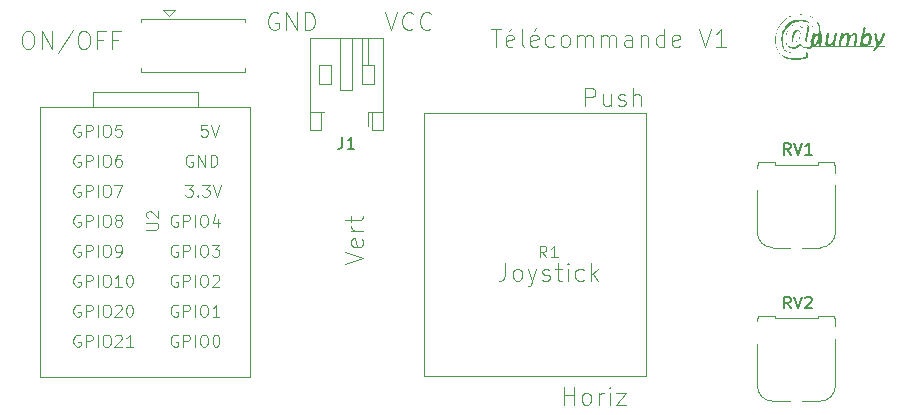
<source format=gto>
%TF.GenerationSoftware,KiCad,Pcbnew,8.0.8*%
%TF.CreationDate,2025-02-18T22:42:37+01:00*%
%TF.ProjectId,T_lecommande,54e96c65-636f-46d6-9d61-6e64652e6b69,rev?*%
%TF.SameCoordinates,Original*%
%TF.FileFunction,Legend,Top*%
%TF.FilePolarity,Positive*%
%FSLAX46Y46*%
G04 Gerber Fmt 4.6, Leading zero omitted, Abs format (unit mm)*
G04 Created by KiCad (PCBNEW 8.0.8) date 2025-02-18 22:42:37*
%MOMM*%
%LPD*%
G01*
G04 APERTURE LIST*
%ADD10C,0.100000*%
%ADD11C,0.150000*%
%ADD12C,0.120000*%
%ADD13C,0.000000*%
G04 APERTURE END LIST*
D10*
X82308646Y-50911228D02*
X82808646Y-52411228D01*
X82808646Y-52411228D02*
X83308646Y-50911228D01*
X84665788Y-52268371D02*
X84594360Y-52339800D01*
X84594360Y-52339800D02*
X84380074Y-52411228D01*
X84380074Y-52411228D02*
X84237217Y-52411228D01*
X84237217Y-52411228D02*
X84022931Y-52339800D01*
X84022931Y-52339800D02*
X83880074Y-52196942D01*
X83880074Y-52196942D02*
X83808645Y-52054085D01*
X83808645Y-52054085D02*
X83737217Y-51768371D01*
X83737217Y-51768371D02*
X83737217Y-51554085D01*
X83737217Y-51554085D02*
X83808645Y-51268371D01*
X83808645Y-51268371D02*
X83880074Y-51125514D01*
X83880074Y-51125514D02*
X84022931Y-50982657D01*
X84022931Y-50982657D02*
X84237217Y-50911228D01*
X84237217Y-50911228D02*
X84380074Y-50911228D01*
X84380074Y-50911228D02*
X84594360Y-50982657D01*
X84594360Y-50982657D02*
X84665788Y-51054085D01*
X86165788Y-52268371D02*
X86094360Y-52339800D01*
X86094360Y-52339800D02*
X85880074Y-52411228D01*
X85880074Y-52411228D02*
X85737217Y-52411228D01*
X85737217Y-52411228D02*
X85522931Y-52339800D01*
X85522931Y-52339800D02*
X85380074Y-52196942D01*
X85380074Y-52196942D02*
X85308645Y-52054085D01*
X85308645Y-52054085D02*
X85237217Y-51768371D01*
X85237217Y-51768371D02*
X85237217Y-51554085D01*
X85237217Y-51554085D02*
X85308645Y-51268371D01*
X85308645Y-51268371D02*
X85380074Y-51125514D01*
X85380074Y-51125514D02*
X85522931Y-50982657D01*
X85522931Y-50982657D02*
X85737217Y-50911228D01*
X85737217Y-50911228D02*
X85880074Y-50911228D01*
X85880074Y-50911228D02*
X86094360Y-50982657D01*
X86094360Y-50982657D02*
X86165788Y-51054085D01*
X78911228Y-72191353D02*
X80411228Y-71691353D01*
X80411228Y-71691353D02*
X78911228Y-71191353D01*
X80339800Y-70119925D02*
X80411228Y-70262782D01*
X80411228Y-70262782D02*
X80411228Y-70548497D01*
X80411228Y-70548497D02*
X80339800Y-70691354D01*
X80339800Y-70691354D02*
X80196942Y-70762782D01*
X80196942Y-70762782D02*
X79625514Y-70762782D01*
X79625514Y-70762782D02*
X79482657Y-70691354D01*
X79482657Y-70691354D02*
X79411228Y-70548497D01*
X79411228Y-70548497D02*
X79411228Y-70262782D01*
X79411228Y-70262782D02*
X79482657Y-70119925D01*
X79482657Y-70119925D02*
X79625514Y-70048497D01*
X79625514Y-70048497D02*
X79768371Y-70048497D01*
X79768371Y-70048497D02*
X79911228Y-70762782D01*
X80411228Y-69405640D02*
X79411228Y-69405640D01*
X79696942Y-69405640D02*
X79554085Y-69334211D01*
X79554085Y-69334211D02*
X79482657Y-69262783D01*
X79482657Y-69262783D02*
X79411228Y-69119925D01*
X79411228Y-69119925D02*
X79411228Y-68977068D01*
X79411228Y-68691354D02*
X79411228Y-68119926D01*
X78911228Y-68477069D02*
X80196942Y-68477069D01*
X80196942Y-68477069D02*
X80339800Y-68405640D01*
X80339800Y-68405640D02*
X80411228Y-68262783D01*
X80411228Y-68262783D02*
X80411228Y-68119926D01*
X73208646Y-50982657D02*
X73065789Y-50911228D01*
X73065789Y-50911228D02*
X72851503Y-50911228D01*
X72851503Y-50911228D02*
X72637217Y-50982657D01*
X72637217Y-50982657D02*
X72494360Y-51125514D01*
X72494360Y-51125514D02*
X72422931Y-51268371D01*
X72422931Y-51268371D02*
X72351503Y-51554085D01*
X72351503Y-51554085D02*
X72351503Y-51768371D01*
X72351503Y-51768371D02*
X72422931Y-52054085D01*
X72422931Y-52054085D02*
X72494360Y-52196942D01*
X72494360Y-52196942D02*
X72637217Y-52339800D01*
X72637217Y-52339800D02*
X72851503Y-52411228D01*
X72851503Y-52411228D02*
X72994360Y-52411228D01*
X72994360Y-52411228D02*
X73208646Y-52339800D01*
X73208646Y-52339800D02*
X73280074Y-52268371D01*
X73280074Y-52268371D02*
X73280074Y-51768371D01*
X73280074Y-51768371D02*
X72994360Y-51768371D01*
X73922931Y-52411228D02*
X73922931Y-50911228D01*
X73922931Y-50911228D02*
X74780074Y-52411228D01*
X74780074Y-52411228D02*
X74780074Y-50911228D01*
X75494360Y-52411228D02*
X75494360Y-50911228D01*
X75494360Y-50911228D02*
X75851503Y-50911228D01*
X75851503Y-50911228D02*
X76065789Y-50982657D01*
X76065789Y-50982657D02*
X76208646Y-51125514D01*
X76208646Y-51125514D02*
X76280075Y-51268371D01*
X76280075Y-51268371D02*
X76351503Y-51554085D01*
X76351503Y-51554085D02*
X76351503Y-51768371D01*
X76351503Y-51768371D02*
X76280075Y-52054085D01*
X76280075Y-52054085D02*
X76208646Y-52196942D01*
X76208646Y-52196942D02*
X76065789Y-52339800D01*
X76065789Y-52339800D02*
X75851503Y-52411228D01*
X75851503Y-52411228D02*
X75494360Y-52411228D01*
X91208646Y-52311228D02*
X92065789Y-52311228D01*
X91637217Y-53811228D02*
X91637217Y-52311228D01*
X93137217Y-53739800D02*
X92994360Y-53811228D01*
X92994360Y-53811228D02*
X92708646Y-53811228D01*
X92708646Y-53811228D02*
X92565788Y-53739800D01*
X92565788Y-53739800D02*
X92494360Y-53596942D01*
X92494360Y-53596942D02*
X92494360Y-53025514D01*
X92494360Y-53025514D02*
X92565788Y-52882657D01*
X92565788Y-52882657D02*
X92708646Y-52811228D01*
X92708646Y-52811228D02*
X92994360Y-52811228D01*
X92994360Y-52811228D02*
X93137217Y-52882657D01*
X93137217Y-52882657D02*
X93208646Y-53025514D01*
X93208646Y-53025514D02*
X93208646Y-53168371D01*
X93208646Y-53168371D02*
X92494360Y-53311228D01*
X92994360Y-52239800D02*
X92780074Y-52454085D01*
X94065788Y-53811228D02*
X93922931Y-53739800D01*
X93922931Y-53739800D02*
X93851502Y-53596942D01*
X93851502Y-53596942D02*
X93851502Y-52311228D01*
X95208645Y-53739800D02*
X95065788Y-53811228D01*
X95065788Y-53811228D02*
X94780074Y-53811228D01*
X94780074Y-53811228D02*
X94637216Y-53739800D01*
X94637216Y-53739800D02*
X94565788Y-53596942D01*
X94565788Y-53596942D02*
X94565788Y-53025514D01*
X94565788Y-53025514D02*
X94637216Y-52882657D01*
X94637216Y-52882657D02*
X94780074Y-52811228D01*
X94780074Y-52811228D02*
X95065788Y-52811228D01*
X95065788Y-52811228D02*
X95208645Y-52882657D01*
X95208645Y-52882657D02*
X95280074Y-53025514D01*
X95280074Y-53025514D02*
X95280074Y-53168371D01*
X95280074Y-53168371D02*
X94565788Y-53311228D01*
X95065788Y-52239800D02*
X94851502Y-52454085D01*
X96565788Y-53739800D02*
X96422930Y-53811228D01*
X96422930Y-53811228D02*
X96137216Y-53811228D01*
X96137216Y-53811228D02*
X95994359Y-53739800D01*
X95994359Y-53739800D02*
X95922930Y-53668371D01*
X95922930Y-53668371D02*
X95851502Y-53525514D01*
X95851502Y-53525514D02*
X95851502Y-53096942D01*
X95851502Y-53096942D02*
X95922930Y-52954085D01*
X95922930Y-52954085D02*
X95994359Y-52882657D01*
X95994359Y-52882657D02*
X96137216Y-52811228D01*
X96137216Y-52811228D02*
X96422930Y-52811228D01*
X96422930Y-52811228D02*
X96565788Y-52882657D01*
X97422930Y-53811228D02*
X97280073Y-53739800D01*
X97280073Y-53739800D02*
X97208644Y-53668371D01*
X97208644Y-53668371D02*
X97137216Y-53525514D01*
X97137216Y-53525514D02*
X97137216Y-53096942D01*
X97137216Y-53096942D02*
X97208644Y-52954085D01*
X97208644Y-52954085D02*
X97280073Y-52882657D01*
X97280073Y-52882657D02*
X97422930Y-52811228D01*
X97422930Y-52811228D02*
X97637216Y-52811228D01*
X97637216Y-52811228D02*
X97780073Y-52882657D01*
X97780073Y-52882657D02*
X97851502Y-52954085D01*
X97851502Y-52954085D02*
X97922930Y-53096942D01*
X97922930Y-53096942D02*
X97922930Y-53525514D01*
X97922930Y-53525514D02*
X97851502Y-53668371D01*
X97851502Y-53668371D02*
X97780073Y-53739800D01*
X97780073Y-53739800D02*
X97637216Y-53811228D01*
X97637216Y-53811228D02*
X97422930Y-53811228D01*
X98565787Y-53811228D02*
X98565787Y-52811228D01*
X98565787Y-52954085D02*
X98637216Y-52882657D01*
X98637216Y-52882657D02*
X98780073Y-52811228D01*
X98780073Y-52811228D02*
X98994359Y-52811228D01*
X98994359Y-52811228D02*
X99137216Y-52882657D01*
X99137216Y-52882657D02*
X99208645Y-53025514D01*
X99208645Y-53025514D02*
X99208645Y-53811228D01*
X99208645Y-53025514D02*
X99280073Y-52882657D01*
X99280073Y-52882657D02*
X99422930Y-52811228D01*
X99422930Y-52811228D02*
X99637216Y-52811228D01*
X99637216Y-52811228D02*
X99780073Y-52882657D01*
X99780073Y-52882657D02*
X99851502Y-53025514D01*
X99851502Y-53025514D02*
X99851502Y-53811228D01*
X100565787Y-53811228D02*
X100565787Y-52811228D01*
X100565787Y-52954085D02*
X100637216Y-52882657D01*
X100637216Y-52882657D02*
X100780073Y-52811228D01*
X100780073Y-52811228D02*
X100994359Y-52811228D01*
X100994359Y-52811228D02*
X101137216Y-52882657D01*
X101137216Y-52882657D02*
X101208645Y-53025514D01*
X101208645Y-53025514D02*
X101208645Y-53811228D01*
X101208645Y-53025514D02*
X101280073Y-52882657D01*
X101280073Y-52882657D02*
X101422930Y-52811228D01*
X101422930Y-52811228D02*
X101637216Y-52811228D01*
X101637216Y-52811228D02*
X101780073Y-52882657D01*
X101780073Y-52882657D02*
X101851502Y-53025514D01*
X101851502Y-53025514D02*
X101851502Y-53811228D01*
X103208645Y-53811228D02*
X103208645Y-53025514D01*
X103208645Y-53025514D02*
X103137216Y-52882657D01*
X103137216Y-52882657D02*
X102994359Y-52811228D01*
X102994359Y-52811228D02*
X102708645Y-52811228D01*
X102708645Y-52811228D02*
X102565787Y-52882657D01*
X103208645Y-53739800D02*
X103065787Y-53811228D01*
X103065787Y-53811228D02*
X102708645Y-53811228D01*
X102708645Y-53811228D02*
X102565787Y-53739800D01*
X102565787Y-53739800D02*
X102494359Y-53596942D01*
X102494359Y-53596942D02*
X102494359Y-53454085D01*
X102494359Y-53454085D02*
X102565787Y-53311228D01*
X102565787Y-53311228D02*
X102708645Y-53239800D01*
X102708645Y-53239800D02*
X103065787Y-53239800D01*
X103065787Y-53239800D02*
X103208645Y-53168371D01*
X103922930Y-52811228D02*
X103922930Y-53811228D01*
X103922930Y-52954085D02*
X103994359Y-52882657D01*
X103994359Y-52882657D02*
X104137216Y-52811228D01*
X104137216Y-52811228D02*
X104351502Y-52811228D01*
X104351502Y-52811228D02*
X104494359Y-52882657D01*
X104494359Y-52882657D02*
X104565788Y-53025514D01*
X104565788Y-53025514D02*
X104565788Y-53811228D01*
X105922931Y-53811228D02*
X105922931Y-52311228D01*
X105922931Y-53739800D02*
X105780073Y-53811228D01*
X105780073Y-53811228D02*
X105494359Y-53811228D01*
X105494359Y-53811228D02*
X105351502Y-53739800D01*
X105351502Y-53739800D02*
X105280073Y-53668371D01*
X105280073Y-53668371D02*
X105208645Y-53525514D01*
X105208645Y-53525514D02*
X105208645Y-53096942D01*
X105208645Y-53096942D02*
X105280073Y-52954085D01*
X105280073Y-52954085D02*
X105351502Y-52882657D01*
X105351502Y-52882657D02*
X105494359Y-52811228D01*
X105494359Y-52811228D02*
X105780073Y-52811228D01*
X105780073Y-52811228D02*
X105922931Y-52882657D01*
X107208645Y-53739800D02*
X107065788Y-53811228D01*
X107065788Y-53811228D02*
X106780074Y-53811228D01*
X106780074Y-53811228D02*
X106637216Y-53739800D01*
X106637216Y-53739800D02*
X106565788Y-53596942D01*
X106565788Y-53596942D02*
X106565788Y-53025514D01*
X106565788Y-53025514D02*
X106637216Y-52882657D01*
X106637216Y-52882657D02*
X106780074Y-52811228D01*
X106780074Y-52811228D02*
X107065788Y-52811228D01*
X107065788Y-52811228D02*
X107208645Y-52882657D01*
X107208645Y-52882657D02*
X107280074Y-53025514D01*
X107280074Y-53025514D02*
X107280074Y-53168371D01*
X107280074Y-53168371D02*
X106565788Y-53311228D01*
X108851502Y-52311228D02*
X109351502Y-53811228D01*
X109351502Y-53811228D02*
X109851502Y-52311228D01*
X111137216Y-53811228D02*
X110280073Y-53811228D01*
X110708644Y-53811228D02*
X110708644Y-52311228D01*
X110708644Y-52311228D02*
X110565787Y-52525514D01*
X110565787Y-52525514D02*
X110422930Y-52668371D01*
X110422930Y-52668371D02*
X110280073Y-52739800D01*
X51908646Y-52511228D02*
X52194360Y-52511228D01*
X52194360Y-52511228D02*
X52337217Y-52582657D01*
X52337217Y-52582657D02*
X52480074Y-52725514D01*
X52480074Y-52725514D02*
X52551503Y-53011228D01*
X52551503Y-53011228D02*
X52551503Y-53511228D01*
X52551503Y-53511228D02*
X52480074Y-53796942D01*
X52480074Y-53796942D02*
X52337217Y-53939800D01*
X52337217Y-53939800D02*
X52194360Y-54011228D01*
X52194360Y-54011228D02*
X51908646Y-54011228D01*
X51908646Y-54011228D02*
X51765789Y-53939800D01*
X51765789Y-53939800D02*
X51622931Y-53796942D01*
X51622931Y-53796942D02*
X51551503Y-53511228D01*
X51551503Y-53511228D02*
X51551503Y-53011228D01*
X51551503Y-53011228D02*
X51622931Y-52725514D01*
X51622931Y-52725514D02*
X51765789Y-52582657D01*
X51765789Y-52582657D02*
X51908646Y-52511228D01*
X53194360Y-54011228D02*
X53194360Y-52511228D01*
X53194360Y-52511228D02*
X54051503Y-54011228D01*
X54051503Y-54011228D02*
X54051503Y-52511228D01*
X55837218Y-52439800D02*
X54551504Y-54368371D01*
X56622933Y-52511228D02*
X56908647Y-52511228D01*
X56908647Y-52511228D02*
X57051504Y-52582657D01*
X57051504Y-52582657D02*
X57194361Y-52725514D01*
X57194361Y-52725514D02*
X57265790Y-53011228D01*
X57265790Y-53011228D02*
X57265790Y-53511228D01*
X57265790Y-53511228D02*
X57194361Y-53796942D01*
X57194361Y-53796942D02*
X57051504Y-53939800D01*
X57051504Y-53939800D02*
X56908647Y-54011228D01*
X56908647Y-54011228D02*
X56622933Y-54011228D01*
X56622933Y-54011228D02*
X56480076Y-53939800D01*
X56480076Y-53939800D02*
X56337218Y-53796942D01*
X56337218Y-53796942D02*
X56265790Y-53511228D01*
X56265790Y-53511228D02*
X56265790Y-53011228D01*
X56265790Y-53011228D02*
X56337218Y-52725514D01*
X56337218Y-52725514D02*
X56480076Y-52582657D01*
X56480076Y-52582657D02*
X56622933Y-52511228D01*
X58408647Y-53225514D02*
X57908647Y-53225514D01*
X57908647Y-54011228D02*
X57908647Y-52511228D01*
X57908647Y-52511228D02*
X58622933Y-52511228D01*
X59694361Y-53225514D02*
X59194361Y-53225514D01*
X59194361Y-54011228D02*
X59194361Y-52511228D01*
X59194361Y-52511228D02*
X59908647Y-52511228D01*
X97422931Y-84111228D02*
X97422931Y-82611228D01*
X97422931Y-83325514D02*
X98280074Y-83325514D01*
X98280074Y-84111228D02*
X98280074Y-82611228D01*
X99208646Y-84111228D02*
X99065789Y-84039800D01*
X99065789Y-84039800D02*
X98994360Y-83968371D01*
X98994360Y-83968371D02*
X98922932Y-83825514D01*
X98922932Y-83825514D02*
X98922932Y-83396942D01*
X98922932Y-83396942D02*
X98994360Y-83254085D01*
X98994360Y-83254085D02*
X99065789Y-83182657D01*
X99065789Y-83182657D02*
X99208646Y-83111228D01*
X99208646Y-83111228D02*
X99422932Y-83111228D01*
X99422932Y-83111228D02*
X99565789Y-83182657D01*
X99565789Y-83182657D02*
X99637218Y-83254085D01*
X99637218Y-83254085D02*
X99708646Y-83396942D01*
X99708646Y-83396942D02*
X99708646Y-83825514D01*
X99708646Y-83825514D02*
X99637218Y-83968371D01*
X99637218Y-83968371D02*
X99565789Y-84039800D01*
X99565789Y-84039800D02*
X99422932Y-84111228D01*
X99422932Y-84111228D02*
X99208646Y-84111228D01*
X100351503Y-84111228D02*
X100351503Y-83111228D01*
X100351503Y-83396942D02*
X100422932Y-83254085D01*
X100422932Y-83254085D02*
X100494361Y-83182657D01*
X100494361Y-83182657D02*
X100637218Y-83111228D01*
X100637218Y-83111228D02*
X100780075Y-83111228D01*
X101280074Y-84111228D02*
X101280074Y-83111228D01*
X101280074Y-82611228D02*
X101208646Y-82682657D01*
X101208646Y-82682657D02*
X101280074Y-82754085D01*
X101280074Y-82754085D02*
X101351503Y-82682657D01*
X101351503Y-82682657D02*
X101280074Y-82611228D01*
X101280074Y-82611228D02*
X101280074Y-82754085D01*
X101851503Y-83111228D02*
X102637218Y-83111228D01*
X102637218Y-83111228D02*
X101851503Y-84111228D01*
X101851503Y-84111228D02*
X102637218Y-84111228D01*
X92451503Y-72111228D02*
X92451503Y-73182657D01*
X92451503Y-73182657D02*
X92380074Y-73396942D01*
X92380074Y-73396942D02*
X92237217Y-73539800D01*
X92237217Y-73539800D02*
X92022931Y-73611228D01*
X92022931Y-73611228D02*
X91880074Y-73611228D01*
X93380074Y-73611228D02*
X93237217Y-73539800D01*
X93237217Y-73539800D02*
X93165788Y-73468371D01*
X93165788Y-73468371D02*
X93094360Y-73325514D01*
X93094360Y-73325514D02*
X93094360Y-72896942D01*
X93094360Y-72896942D02*
X93165788Y-72754085D01*
X93165788Y-72754085D02*
X93237217Y-72682657D01*
X93237217Y-72682657D02*
X93380074Y-72611228D01*
X93380074Y-72611228D02*
X93594360Y-72611228D01*
X93594360Y-72611228D02*
X93737217Y-72682657D01*
X93737217Y-72682657D02*
X93808646Y-72754085D01*
X93808646Y-72754085D02*
X93880074Y-72896942D01*
X93880074Y-72896942D02*
X93880074Y-73325514D01*
X93880074Y-73325514D02*
X93808646Y-73468371D01*
X93808646Y-73468371D02*
X93737217Y-73539800D01*
X93737217Y-73539800D02*
X93594360Y-73611228D01*
X93594360Y-73611228D02*
X93380074Y-73611228D01*
X94380074Y-72611228D02*
X94737217Y-73611228D01*
X95094360Y-72611228D02*
X94737217Y-73611228D01*
X94737217Y-73611228D02*
X94594360Y-73968371D01*
X94594360Y-73968371D02*
X94522931Y-74039800D01*
X94522931Y-74039800D02*
X94380074Y-74111228D01*
X95594360Y-73539800D02*
X95737217Y-73611228D01*
X95737217Y-73611228D02*
X96022931Y-73611228D01*
X96022931Y-73611228D02*
X96165788Y-73539800D01*
X96165788Y-73539800D02*
X96237217Y-73396942D01*
X96237217Y-73396942D02*
X96237217Y-73325514D01*
X96237217Y-73325514D02*
X96165788Y-73182657D01*
X96165788Y-73182657D02*
X96022931Y-73111228D01*
X96022931Y-73111228D02*
X95808646Y-73111228D01*
X95808646Y-73111228D02*
X95665788Y-73039800D01*
X95665788Y-73039800D02*
X95594360Y-72896942D01*
X95594360Y-72896942D02*
X95594360Y-72825514D01*
X95594360Y-72825514D02*
X95665788Y-72682657D01*
X95665788Y-72682657D02*
X95808646Y-72611228D01*
X95808646Y-72611228D02*
X96022931Y-72611228D01*
X96022931Y-72611228D02*
X96165788Y-72682657D01*
X96665789Y-72611228D02*
X97237217Y-72611228D01*
X96880074Y-72111228D02*
X96880074Y-73396942D01*
X96880074Y-73396942D02*
X96951503Y-73539800D01*
X96951503Y-73539800D02*
X97094360Y-73611228D01*
X97094360Y-73611228D02*
X97237217Y-73611228D01*
X97737217Y-73611228D02*
X97737217Y-72611228D01*
X97737217Y-72111228D02*
X97665789Y-72182657D01*
X97665789Y-72182657D02*
X97737217Y-72254085D01*
X97737217Y-72254085D02*
X97808646Y-72182657D01*
X97808646Y-72182657D02*
X97737217Y-72111228D01*
X97737217Y-72111228D02*
X97737217Y-72254085D01*
X99094361Y-73539800D02*
X98951503Y-73611228D01*
X98951503Y-73611228D02*
X98665789Y-73611228D01*
X98665789Y-73611228D02*
X98522932Y-73539800D01*
X98522932Y-73539800D02*
X98451503Y-73468371D01*
X98451503Y-73468371D02*
X98380075Y-73325514D01*
X98380075Y-73325514D02*
X98380075Y-72896942D01*
X98380075Y-72896942D02*
X98451503Y-72754085D01*
X98451503Y-72754085D02*
X98522932Y-72682657D01*
X98522932Y-72682657D02*
X98665789Y-72611228D01*
X98665789Y-72611228D02*
X98951503Y-72611228D01*
X98951503Y-72611228D02*
X99094361Y-72682657D01*
X99737217Y-73611228D02*
X99737217Y-72111228D01*
X99880075Y-73039800D02*
X100308646Y-73611228D01*
X100308646Y-72611228D02*
X99737217Y-73182657D01*
X99222931Y-58811228D02*
X99222931Y-57311228D01*
X99222931Y-57311228D02*
X99794360Y-57311228D01*
X99794360Y-57311228D02*
X99937217Y-57382657D01*
X99937217Y-57382657D02*
X100008646Y-57454085D01*
X100008646Y-57454085D02*
X100080074Y-57596942D01*
X100080074Y-57596942D02*
X100080074Y-57811228D01*
X100080074Y-57811228D02*
X100008646Y-57954085D01*
X100008646Y-57954085D02*
X99937217Y-58025514D01*
X99937217Y-58025514D02*
X99794360Y-58096942D01*
X99794360Y-58096942D02*
X99222931Y-58096942D01*
X101365789Y-57811228D02*
X101365789Y-58811228D01*
X100722931Y-57811228D02*
X100722931Y-58596942D01*
X100722931Y-58596942D02*
X100794360Y-58739800D01*
X100794360Y-58739800D02*
X100937217Y-58811228D01*
X100937217Y-58811228D02*
X101151503Y-58811228D01*
X101151503Y-58811228D02*
X101294360Y-58739800D01*
X101294360Y-58739800D02*
X101365789Y-58668371D01*
X102008646Y-58739800D02*
X102151503Y-58811228D01*
X102151503Y-58811228D02*
X102437217Y-58811228D01*
X102437217Y-58811228D02*
X102580074Y-58739800D01*
X102580074Y-58739800D02*
X102651503Y-58596942D01*
X102651503Y-58596942D02*
X102651503Y-58525514D01*
X102651503Y-58525514D02*
X102580074Y-58382657D01*
X102580074Y-58382657D02*
X102437217Y-58311228D01*
X102437217Y-58311228D02*
X102222932Y-58311228D01*
X102222932Y-58311228D02*
X102080074Y-58239800D01*
X102080074Y-58239800D02*
X102008646Y-58096942D01*
X102008646Y-58096942D02*
X102008646Y-58025514D01*
X102008646Y-58025514D02*
X102080074Y-57882657D01*
X102080074Y-57882657D02*
X102222932Y-57811228D01*
X102222932Y-57811228D02*
X102437217Y-57811228D01*
X102437217Y-57811228D02*
X102580074Y-57882657D01*
X103294360Y-58811228D02*
X103294360Y-57311228D01*
X103937218Y-58811228D02*
X103937218Y-58025514D01*
X103937218Y-58025514D02*
X103865789Y-57882657D01*
X103865789Y-57882657D02*
X103722932Y-57811228D01*
X103722932Y-57811228D02*
X103508646Y-57811228D01*
X103508646Y-57811228D02*
X103365789Y-57882657D01*
X103365789Y-57882657D02*
X103294360Y-57954085D01*
X62072419Y-69301904D02*
X62881942Y-69301904D01*
X62881942Y-69301904D02*
X62977180Y-69254285D01*
X62977180Y-69254285D02*
X63024800Y-69206666D01*
X63024800Y-69206666D02*
X63072419Y-69111428D01*
X63072419Y-69111428D02*
X63072419Y-68920952D01*
X63072419Y-68920952D02*
X63024800Y-68825714D01*
X63024800Y-68825714D02*
X62977180Y-68778095D01*
X62977180Y-68778095D02*
X62881942Y-68730476D01*
X62881942Y-68730476D02*
X62072419Y-68730476D01*
X62167657Y-68301904D02*
X62120038Y-68254285D01*
X62120038Y-68254285D02*
X62072419Y-68159047D01*
X62072419Y-68159047D02*
X62072419Y-67920952D01*
X62072419Y-67920952D02*
X62120038Y-67825714D01*
X62120038Y-67825714D02*
X62167657Y-67778095D01*
X62167657Y-67778095D02*
X62262895Y-67730476D01*
X62262895Y-67730476D02*
X62358133Y-67730476D01*
X62358133Y-67730476D02*
X62500990Y-67778095D01*
X62500990Y-67778095D02*
X63072419Y-68349523D01*
X63072419Y-68349523D02*
X63072419Y-67730476D01*
X64712693Y-68095038D02*
X64617455Y-68047419D01*
X64617455Y-68047419D02*
X64474598Y-68047419D01*
X64474598Y-68047419D02*
X64331741Y-68095038D01*
X64331741Y-68095038D02*
X64236503Y-68190276D01*
X64236503Y-68190276D02*
X64188884Y-68285514D01*
X64188884Y-68285514D02*
X64141265Y-68475990D01*
X64141265Y-68475990D02*
X64141265Y-68618847D01*
X64141265Y-68618847D02*
X64188884Y-68809323D01*
X64188884Y-68809323D02*
X64236503Y-68904561D01*
X64236503Y-68904561D02*
X64331741Y-68999800D01*
X64331741Y-68999800D02*
X64474598Y-69047419D01*
X64474598Y-69047419D02*
X64569836Y-69047419D01*
X64569836Y-69047419D02*
X64712693Y-68999800D01*
X64712693Y-68999800D02*
X64760312Y-68952180D01*
X64760312Y-68952180D02*
X64760312Y-68618847D01*
X64760312Y-68618847D02*
X64569836Y-68618847D01*
X65188884Y-69047419D02*
X65188884Y-68047419D01*
X65188884Y-68047419D02*
X65569836Y-68047419D01*
X65569836Y-68047419D02*
X65665074Y-68095038D01*
X65665074Y-68095038D02*
X65712693Y-68142657D01*
X65712693Y-68142657D02*
X65760312Y-68237895D01*
X65760312Y-68237895D02*
X65760312Y-68380752D01*
X65760312Y-68380752D02*
X65712693Y-68475990D01*
X65712693Y-68475990D02*
X65665074Y-68523609D01*
X65665074Y-68523609D02*
X65569836Y-68571228D01*
X65569836Y-68571228D02*
X65188884Y-68571228D01*
X66188884Y-69047419D02*
X66188884Y-68047419D01*
X66855550Y-68047419D02*
X67046026Y-68047419D01*
X67046026Y-68047419D02*
X67141264Y-68095038D01*
X67141264Y-68095038D02*
X67236502Y-68190276D01*
X67236502Y-68190276D02*
X67284121Y-68380752D01*
X67284121Y-68380752D02*
X67284121Y-68714085D01*
X67284121Y-68714085D02*
X67236502Y-68904561D01*
X67236502Y-68904561D02*
X67141264Y-68999800D01*
X67141264Y-68999800D02*
X67046026Y-69047419D01*
X67046026Y-69047419D02*
X66855550Y-69047419D01*
X66855550Y-69047419D02*
X66760312Y-68999800D01*
X66760312Y-68999800D02*
X66665074Y-68904561D01*
X66665074Y-68904561D02*
X66617455Y-68714085D01*
X66617455Y-68714085D02*
X66617455Y-68380752D01*
X66617455Y-68380752D02*
X66665074Y-68190276D01*
X66665074Y-68190276D02*
X66760312Y-68095038D01*
X66760312Y-68095038D02*
X66855550Y-68047419D01*
X68141264Y-68380752D02*
X68141264Y-69047419D01*
X67903169Y-67999800D02*
X67665074Y-68714085D01*
X67665074Y-68714085D02*
X68284121Y-68714085D01*
X56457693Y-70635038D02*
X56362455Y-70587419D01*
X56362455Y-70587419D02*
X56219598Y-70587419D01*
X56219598Y-70587419D02*
X56076741Y-70635038D01*
X56076741Y-70635038D02*
X55981503Y-70730276D01*
X55981503Y-70730276D02*
X55933884Y-70825514D01*
X55933884Y-70825514D02*
X55886265Y-71015990D01*
X55886265Y-71015990D02*
X55886265Y-71158847D01*
X55886265Y-71158847D02*
X55933884Y-71349323D01*
X55933884Y-71349323D02*
X55981503Y-71444561D01*
X55981503Y-71444561D02*
X56076741Y-71539800D01*
X56076741Y-71539800D02*
X56219598Y-71587419D01*
X56219598Y-71587419D02*
X56314836Y-71587419D01*
X56314836Y-71587419D02*
X56457693Y-71539800D01*
X56457693Y-71539800D02*
X56505312Y-71492180D01*
X56505312Y-71492180D02*
X56505312Y-71158847D01*
X56505312Y-71158847D02*
X56314836Y-71158847D01*
X56933884Y-71587419D02*
X56933884Y-70587419D01*
X56933884Y-70587419D02*
X57314836Y-70587419D01*
X57314836Y-70587419D02*
X57410074Y-70635038D01*
X57410074Y-70635038D02*
X57457693Y-70682657D01*
X57457693Y-70682657D02*
X57505312Y-70777895D01*
X57505312Y-70777895D02*
X57505312Y-70920752D01*
X57505312Y-70920752D02*
X57457693Y-71015990D01*
X57457693Y-71015990D02*
X57410074Y-71063609D01*
X57410074Y-71063609D02*
X57314836Y-71111228D01*
X57314836Y-71111228D02*
X56933884Y-71111228D01*
X57933884Y-71587419D02*
X57933884Y-70587419D01*
X58600550Y-70587419D02*
X58791026Y-70587419D01*
X58791026Y-70587419D02*
X58886264Y-70635038D01*
X58886264Y-70635038D02*
X58981502Y-70730276D01*
X58981502Y-70730276D02*
X59029121Y-70920752D01*
X59029121Y-70920752D02*
X59029121Y-71254085D01*
X59029121Y-71254085D02*
X58981502Y-71444561D01*
X58981502Y-71444561D02*
X58886264Y-71539800D01*
X58886264Y-71539800D02*
X58791026Y-71587419D01*
X58791026Y-71587419D02*
X58600550Y-71587419D01*
X58600550Y-71587419D02*
X58505312Y-71539800D01*
X58505312Y-71539800D02*
X58410074Y-71444561D01*
X58410074Y-71444561D02*
X58362455Y-71254085D01*
X58362455Y-71254085D02*
X58362455Y-70920752D01*
X58362455Y-70920752D02*
X58410074Y-70730276D01*
X58410074Y-70730276D02*
X58505312Y-70635038D01*
X58505312Y-70635038D02*
X58600550Y-70587419D01*
X59505312Y-71587419D02*
X59695788Y-71587419D01*
X59695788Y-71587419D02*
X59791026Y-71539800D01*
X59791026Y-71539800D02*
X59838645Y-71492180D01*
X59838645Y-71492180D02*
X59933883Y-71349323D01*
X59933883Y-71349323D02*
X59981502Y-71158847D01*
X59981502Y-71158847D02*
X59981502Y-70777895D01*
X59981502Y-70777895D02*
X59933883Y-70682657D01*
X59933883Y-70682657D02*
X59886264Y-70635038D01*
X59886264Y-70635038D02*
X59791026Y-70587419D01*
X59791026Y-70587419D02*
X59600550Y-70587419D01*
X59600550Y-70587419D02*
X59505312Y-70635038D01*
X59505312Y-70635038D02*
X59457693Y-70682657D01*
X59457693Y-70682657D02*
X59410074Y-70777895D01*
X59410074Y-70777895D02*
X59410074Y-71015990D01*
X59410074Y-71015990D02*
X59457693Y-71111228D01*
X59457693Y-71111228D02*
X59505312Y-71158847D01*
X59505312Y-71158847D02*
X59600550Y-71206466D01*
X59600550Y-71206466D02*
X59791026Y-71206466D01*
X59791026Y-71206466D02*
X59886264Y-71158847D01*
X59886264Y-71158847D02*
X59933883Y-71111228D01*
X59933883Y-71111228D02*
X59981502Y-71015990D01*
X56457693Y-78255038D02*
X56362455Y-78207419D01*
X56362455Y-78207419D02*
X56219598Y-78207419D01*
X56219598Y-78207419D02*
X56076741Y-78255038D01*
X56076741Y-78255038D02*
X55981503Y-78350276D01*
X55981503Y-78350276D02*
X55933884Y-78445514D01*
X55933884Y-78445514D02*
X55886265Y-78635990D01*
X55886265Y-78635990D02*
X55886265Y-78778847D01*
X55886265Y-78778847D02*
X55933884Y-78969323D01*
X55933884Y-78969323D02*
X55981503Y-79064561D01*
X55981503Y-79064561D02*
X56076741Y-79159800D01*
X56076741Y-79159800D02*
X56219598Y-79207419D01*
X56219598Y-79207419D02*
X56314836Y-79207419D01*
X56314836Y-79207419D02*
X56457693Y-79159800D01*
X56457693Y-79159800D02*
X56505312Y-79112180D01*
X56505312Y-79112180D02*
X56505312Y-78778847D01*
X56505312Y-78778847D02*
X56314836Y-78778847D01*
X56933884Y-79207419D02*
X56933884Y-78207419D01*
X56933884Y-78207419D02*
X57314836Y-78207419D01*
X57314836Y-78207419D02*
X57410074Y-78255038D01*
X57410074Y-78255038D02*
X57457693Y-78302657D01*
X57457693Y-78302657D02*
X57505312Y-78397895D01*
X57505312Y-78397895D02*
X57505312Y-78540752D01*
X57505312Y-78540752D02*
X57457693Y-78635990D01*
X57457693Y-78635990D02*
X57410074Y-78683609D01*
X57410074Y-78683609D02*
X57314836Y-78731228D01*
X57314836Y-78731228D02*
X56933884Y-78731228D01*
X57933884Y-79207419D02*
X57933884Y-78207419D01*
X58600550Y-78207419D02*
X58791026Y-78207419D01*
X58791026Y-78207419D02*
X58886264Y-78255038D01*
X58886264Y-78255038D02*
X58981502Y-78350276D01*
X58981502Y-78350276D02*
X59029121Y-78540752D01*
X59029121Y-78540752D02*
X59029121Y-78874085D01*
X59029121Y-78874085D02*
X58981502Y-79064561D01*
X58981502Y-79064561D02*
X58886264Y-79159800D01*
X58886264Y-79159800D02*
X58791026Y-79207419D01*
X58791026Y-79207419D02*
X58600550Y-79207419D01*
X58600550Y-79207419D02*
X58505312Y-79159800D01*
X58505312Y-79159800D02*
X58410074Y-79064561D01*
X58410074Y-79064561D02*
X58362455Y-78874085D01*
X58362455Y-78874085D02*
X58362455Y-78540752D01*
X58362455Y-78540752D02*
X58410074Y-78350276D01*
X58410074Y-78350276D02*
X58505312Y-78255038D01*
X58505312Y-78255038D02*
X58600550Y-78207419D01*
X59410074Y-78302657D02*
X59457693Y-78255038D01*
X59457693Y-78255038D02*
X59552931Y-78207419D01*
X59552931Y-78207419D02*
X59791026Y-78207419D01*
X59791026Y-78207419D02*
X59886264Y-78255038D01*
X59886264Y-78255038D02*
X59933883Y-78302657D01*
X59933883Y-78302657D02*
X59981502Y-78397895D01*
X59981502Y-78397895D02*
X59981502Y-78493133D01*
X59981502Y-78493133D02*
X59933883Y-78635990D01*
X59933883Y-78635990D02*
X59362455Y-79207419D01*
X59362455Y-79207419D02*
X59981502Y-79207419D01*
X60933883Y-79207419D02*
X60362455Y-79207419D01*
X60648169Y-79207419D02*
X60648169Y-78207419D01*
X60648169Y-78207419D02*
X60552931Y-78350276D01*
X60552931Y-78350276D02*
X60457693Y-78445514D01*
X60457693Y-78445514D02*
X60362455Y-78493133D01*
X64712693Y-75715038D02*
X64617455Y-75667419D01*
X64617455Y-75667419D02*
X64474598Y-75667419D01*
X64474598Y-75667419D02*
X64331741Y-75715038D01*
X64331741Y-75715038D02*
X64236503Y-75810276D01*
X64236503Y-75810276D02*
X64188884Y-75905514D01*
X64188884Y-75905514D02*
X64141265Y-76095990D01*
X64141265Y-76095990D02*
X64141265Y-76238847D01*
X64141265Y-76238847D02*
X64188884Y-76429323D01*
X64188884Y-76429323D02*
X64236503Y-76524561D01*
X64236503Y-76524561D02*
X64331741Y-76619800D01*
X64331741Y-76619800D02*
X64474598Y-76667419D01*
X64474598Y-76667419D02*
X64569836Y-76667419D01*
X64569836Y-76667419D02*
X64712693Y-76619800D01*
X64712693Y-76619800D02*
X64760312Y-76572180D01*
X64760312Y-76572180D02*
X64760312Y-76238847D01*
X64760312Y-76238847D02*
X64569836Y-76238847D01*
X65188884Y-76667419D02*
X65188884Y-75667419D01*
X65188884Y-75667419D02*
X65569836Y-75667419D01*
X65569836Y-75667419D02*
X65665074Y-75715038D01*
X65665074Y-75715038D02*
X65712693Y-75762657D01*
X65712693Y-75762657D02*
X65760312Y-75857895D01*
X65760312Y-75857895D02*
X65760312Y-76000752D01*
X65760312Y-76000752D02*
X65712693Y-76095990D01*
X65712693Y-76095990D02*
X65665074Y-76143609D01*
X65665074Y-76143609D02*
X65569836Y-76191228D01*
X65569836Y-76191228D02*
X65188884Y-76191228D01*
X66188884Y-76667419D02*
X66188884Y-75667419D01*
X66855550Y-75667419D02*
X67046026Y-75667419D01*
X67046026Y-75667419D02*
X67141264Y-75715038D01*
X67141264Y-75715038D02*
X67236502Y-75810276D01*
X67236502Y-75810276D02*
X67284121Y-76000752D01*
X67284121Y-76000752D02*
X67284121Y-76334085D01*
X67284121Y-76334085D02*
X67236502Y-76524561D01*
X67236502Y-76524561D02*
X67141264Y-76619800D01*
X67141264Y-76619800D02*
X67046026Y-76667419D01*
X67046026Y-76667419D02*
X66855550Y-76667419D01*
X66855550Y-76667419D02*
X66760312Y-76619800D01*
X66760312Y-76619800D02*
X66665074Y-76524561D01*
X66665074Y-76524561D02*
X66617455Y-76334085D01*
X66617455Y-76334085D02*
X66617455Y-76000752D01*
X66617455Y-76000752D02*
X66665074Y-75810276D01*
X66665074Y-75810276D02*
X66760312Y-75715038D01*
X66760312Y-75715038D02*
X66855550Y-75667419D01*
X68236502Y-76667419D02*
X67665074Y-76667419D01*
X67950788Y-76667419D02*
X67950788Y-75667419D01*
X67950788Y-75667419D02*
X67855550Y-75810276D01*
X67855550Y-75810276D02*
X67760312Y-75905514D01*
X67760312Y-75905514D02*
X67665074Y-75953133D01*
X64712693Y-78255038D02*
X64617455Y-78207419D01*
X64617455Y-78207419D02*
X64474598Y-78207419D01*
X64474598Y-78207419D02*
X64331741Y-78255038D01*
X64331741Y-78255038D02*
X64236503Y-78350276D01*
X64236503Y-78350276D02*
X64188884Y-78445514D01*
X64188884Y-78445514D02*
X64141265Y-78635990D01*
X64141265Y-78635990D02*
X64141265Y-78778847D01*
X64141265Y-78778847D02*
X64188884Y-78969323D01*
X64188884Y-78969323D02*
X64236503Y-79064561D01*
X64236503Y-79064561D02*
X64331741Y-79159800D01*
X64331741Y-79159800D02*
X64474598Y-79207419D01*
X64474598Y-79207419D02*
X64569836Y-79207419D01*
X64569836Y-79207419D02*
X64712693Y-79159800D01*
X64712693Y-79159800D02*
X64760312Y-79112180D01*
X64760312Y-79112180D02*
X64760312Y-78778847D01*
X64760312Y-78778847D02*
X64569836Y-78778847D01*
X65188884Y-79207419D02*
X65188884Y-78207419D01*
X65188884Y-78207419D02*
X65569836Y-78207419D01*
X65569836Y-78207419D02*
X65665074Y-78255038D01*
X65665074Y-78255038D02*
X65712693Y-78302657D01*
X65712693Y-78302657D02*
X65760312Y-78397895D01*
X65760312Y-78397895D02*
X65760312Y-78540752D01*
X65760312Y-78540752D02*
X65712693Y-78635990D01*
X65712693Y-78635990D02*
X65665074Y-78683609D01*
X65665074Y-78683609D02*
X65569836Y-78731228D01*
X65569836Y-78731228D02*
X65188884Y-78731228D01*
X66188884Y-79207419D02*
X66188884Y-78207419D01*
X66855550Y-78207419D02*
X67046026Y-78207419D01*
X67046026Y-78207419D02*
X67141264Y-78255038D01*
X67141264Y-78255038D02*
X67236502Y-78350276D01*
X67236502Y-78350276D02*
X67284121Y-78540752D01*
X67284121Y-78540752D02*
X67284121Y-78874085D01*
X67284121Y-78874085D02*
X67236502Y-79064561D01*
X67236502Y-79064561D02*
X67141264Y-79159800D01*
X67141264Y-79159800D02*
X67046026Y-79207419D01*
X67046026Y-79207419D02*
X66855550Y-79207419D01*
X66855550Y-79207419D02*
X66760312Y-79159800D01*
X66760312Y-79159800D02*
X66665074Y-79064561D01*
X66665074Y-79064561D02*
X66617455Y-78874085D01*
X66617455Y-78874085D02*
X66617455Y-78540752D01*
X66617455Y-78540752D02*
X66665074Y-78350276D01*
X66665074Y-78350276D02*
X66760312Y-78255038D01*
X66760312Y-78255038D02*
X66855550Y-78207419D01*
X67903169Y-78207419D02*
X67998407Y-78207419D01*
X67998407Y-78207419D02*
X68093645Y-78255038D01*
X68093645Y-78255038D02*
X68141264Y-78302657D01*
X68141264Y-78302657D02*
X68188883Y-78397895D01*
X68188883Y-78397895D02*
X68236502Y-78588371D01*
X68236502Y-78588371D02*
X68236502Y-78826466D01*
X68236502Y-78826466D02*
X68188883Y-79016942D01*
X68188883Y-79016942D02*
X68141264Y-79112180D01*
X68141264Y-79112180D02*
X68093645Y-79159800D01*
X68093645Y-79159800D02*
X67998407Y-79207419D01*
X67998407Y-79207419D02*
X67903169Y-79207419D01*
X67903169Y-79207419D02*
X67807931Y-79159800D01*
X67807931Y-79159800D02*
X67760312Y-79112180D01*
X67760312Y-79112180D02*
X67712693Y-79016942D01*
X67712693Y-79016942D02*
X67665074Y-78826466D01*
X67665074Y-78826466D02*
X67665074Y-78588371D01*
X67665074Y-78588371D02*
X67712693Y-78397895D01*
X67712693Y-78397895D02*
X67760312Y-78302657D01*
X67760312Y-78302657D02*
X67807931Y-78255038D01*
X67807931Y-78255038D02*
X67903169Y-78207419D01*
X56457693Y-68095038D02*
X56362455Y-68047419D01*
X56362455Y-68047419D02*
X56219598Y-68047419D01*
X56219598Y-68047419D02*
X56076741Y-68095038D01*
X56076741Y-68095038D02*
X55981503Y-68190276D01*
X55981503Y-68190276D02*
X55933884Y-68285514D01*
X55933884Y-68285514D02*
X55886265Y-68475990D01*
X55886265Y-68475990D02*
X55886265Y-68618847D01*
X55886265Y-68618847D02*
X55933884Y-68809323D01*
X55933884Y-68809323D02*
X55981503Y-68904561D01*
X55981503Y-68904561D02*
X56076741Y-68999800D01*
X56076741Y-68999800D02*
X56219598Y-69047419D01*
X56219598Y-69047419D02*
X56314836Y-69047419D01*
X56314836Y-69047419D02*
X56457693Y-68999800D01*
X56457693Y-68999800D02*
X56505312Y-68952180D01*
X56505312Y-68952180D02*
X56505312Y-68618847D01*
X56505312Y-68618847D02*
X56314836Y-68618847D01*
X56933884Y-69047419D02*
X56933884Y-68047419D01*
X56933884Y-68047419D02*
X57314836Y-68047419D01*
X57314836Y-68047419D02*
X57410074Y-68095038D01*
X57410074Y-68095038D02*
X57457693Y-68142657D01*
X57457693Y-68142657D02*
X57505312Y-68237895D01*
X57505312Y-68237895D02*
X57505312Y-68380752D01*
X57505312Y-68380752D02*
X57457693Y-68475990D01*
X57457693Y-68475990D02*
X57410074Y-68523609D01*
X57410074Y-68523609D02*
X57314836Y-68571228D01*
X57314836Y-68571228D02*
X56933884Y-68571228D01*
X57933884Y-69047419D02*
X57933884Y-68047419D01*
X58600550Y-68047419D02*
X58791026Y-68047419D01*
X58791026Y-68047419D02*
X58886264Y-68095038D01*
X58886264Y-68095038D02*
X58981502Y-68190276D01*
X58981502Y-68190276D02*
X59029121Y-68380752D01*
X59029121Y-68380752D02*
X59029121Y-68714085D01*
X59029121Y-68714085D02*
X58981502Y-68904561D01*
X58981502Y-68904561D02*
X58886264Y-68999800D01*
X58886264Y-68999800D02*
X58791026Y-69047419D01*
X58791026Y-69047419D02*
X58600550Y-69047419D01*
X58600550Y-69047419D02*
X58505312Y-68999800D01*
X58505312Y-68999800D02*
X58410074Y-68904561D01*
X58410074Y-68904561D02*
X58362455Y-68714085D01*
X58362455Y-68714085D02*
X58362455Y-68380752D01*
X58362455Y-68380752D02*
X58410074Y-68190276D01*
X58410074Y-68190276D02*
X58505312Y-68095038D01*
X58505312Y-68095038D02*
X58600550Y-68047419D01*
X59600550Y-68475990D02*
X59505312Y-68428371D01*
X59505312Y-68428371D02*
X59457693Y-68380752D01*
X59457693Y-68380752D02*
X59410074Y-68285514D01*
X59410074Y-68285514D02*
X59410074Y-68237895D01*
X59410074Y-68237895D02*
X59457693Y-68142657D01*
X59457693Y-68142657D02*
X59505312Y-68095038D01*
X59505312Y-68095038D02*
X59600550Y-68047419D01*
X59600550Y-68047419D02*
X59791026Y-68047419D01*
X59791026Y-68047419D02*
X59886264Y-68095038D01*
X59886264Y-68095038D02*
X59933883Y-68142657D01*
X59933883Y-68142657D02*
X59981502Y-68237895D01*
X59981502Y-68237895D02*
X59981502Y-68285514D01*
X59981502Y-68285514D02*
X59933883Y-68380752D01*
X59933883Y-68380752D02*
X59886264Y-68428371D01*
X59886264Y-68428371D02*
X59791026Y-68475990D01*
X59791026Y-68475990D02*
X59600550Y-68475990D01*
X59600550Y-68475990D02*
X59505312Y-68523609D01*
X59505312Y-68523609D02*
X59457693Y-68571228D01*
X59457693Y-68571228D02*
X59410074Y-68666466D01*
X59410074Y-68666466D02*
X59410074Y-68856942D01*
X59410074Y-68856942D02*
X59457693Y-68952180D01*
X59457693Y-68952180D02*
X59505312Y-68999800D01*
X59505312Y-68999800D02*
X59600550Y-69047419D01*
X59600550Y-69047419D02*
X59791026Y-69047419D01*
X59791026Y-69047419D02*
X59886264Y-68999800D01*
X59886264Y-68999800D02*
X59933883Y-68952180D01*
X59933883Y-68952180D02*
X59981502Y-68856942D01*
X59981502Y-68856942D02*
X59981502Y-68666466D01*
X59981502Y-68666466D02*
X59933883Y-68571228D01*
X59933883Y-68571228D02*
X59886264Y-68523609D01*
X59886264Y-68523609D02*
X59791026Y-68475990D01*
X64712693Y-70635038D02*
X64617455Y-70587419D01*
X64617455Y-70587419D02*
X64474598Y-70587419D01*
X64474598Y-70587419D02*
X64331741Y-70635038D01*
X64331741Y-70635038D02*
X64236503Y-70730276D01*
X64236503Y-70730276D02*
X64188884Y-70825514D01*
X64188884Y-70825514D02*
X64141265Y-71015990D01*
X64141265Y-71015990D02*
X64141265Y-71158847D01*
X64141265Y-71158847D02*
X64188884Y-71349323D01*
X64188884Y-71349323D02*
X64236503Y-71444561D01*
X64236503Y-71444561D02*
X64331741Y-71539800D01*
X64331741Y-71539800D02*
X64474598Y-71587419D01*
X64474598Y-71587419D02*
X64569836Y-71587419D01*
X64569836Y-71587419D02*
X64712693Y-71539800D01*
X64712693Y-71539800D02*
X64760312Y-71492180D01*
X64760312Y-71492180D02*
X64760312Y-71158847D01*
X64760312Y-71158847D02*
X64569836Y-71158847D01*
X65188884Y-71587419D02*
X65188884Y-70587419D01*
X65188884Y-70587419D02*
X65569836Y-70587419D01*
X65569836Y-70587419D02*
X65665074Y-70635038D01*
X65665074Y-70635038D02*
X65712693Y-70682657D01*
X65712693Y-70682657D02*
X65760312Y-70777895D01*
X65760312Y-70777895D02*
X65760312Y-70920752D01*
X65760312Y-70920752D02*
X65712693Y-71015990D01*
X65712693Y-71015990D02*
X65665074Y-71063609D01*
X65665074Y-71063609D02*
X65569836Y-71111228D01*
X65569836Y-71111228D02*
X65188884Y-71111228D01*
X66188884Y-71587419D02*
X66188884Y-70587419D01*
X66855550Y-70587419D02*
X67046026Y-70587419D01*
X67046026Y-70587419D02*
X67141264Y-70635038D01*
X67141264Y-70635038D02*
X67236502Y-70730276D01*
X67236502Y-70730276D02*
X67284121Y-70920752D01*
X67284121Y-70920752D02*
X67284121Y-71254085D01*
X67284121Y-71254085D02*
X67236502Y-71444561D01*
X67236502Y-71444561D02*
X67141264Y-71539800D01*
X67141264Y-71539800D02*
X67046026Y-71587419D01*
X67046026Y-71587419D02*
X66855550Y-71587419D01*
X66855550Y-71587419D02*
X66760312Y-71539800D01*
X66760312Y-71539800D02*
X66665074Y-71444561D01*
X66665074Y-71444561D02*
X66617455Y-71254085D01*
X66617455Y-71254085D02*
X66617455Y-70920752D01*
X66617455Y-70920752D02*
X66665074Y-70730276D01*
X66665074Y-70730276D02*
X66760312Y-70635038D01*
X66760312Y-70635038D02*
X66855550Y-70587419D01*
X67617455Y-70587419D02*
X68236502Y-70587419D01*
X68236502Y-70587419D02*
X67903169Y-70968371D01*
X67903169Y-70968371D02*
X68046026Y-70968371D01*
X68046026Y-70968371D02*
X68141264Y-71015990D01*
X68141264Y-71015990D02*
X68188883Y-71063609D01*
X68188883Y-71063609D02*
X68236502Y-71158847D01*
X68236502Y-71158847D02*
X68236502Y-71396942D01*
X68236502Y-71396942D02*
X68188883Y-71492180D01*
X68188883Y-71492180D02*
X68141264Y-71539800D01*
X68141264Y-71539800D02*
X68046026Y-71587419D01*
X68046026Y-71587419D02*
X67760312Y-71587419D01*
X67760312Y-71587419D02*
X67665074Y-71539800D01*
X67665074Y-71539800D02*
X67617455Y-71492180D01*
X65982693Y-63015038D02*
X65887455Y-62967419D01*
X65887455Y-62967419D02*
X65744598Y-62967419D01*
X65744598Y-62967419D02*
X65601741Y-63015038D01*
X65601741Y-63015038D02*
X65506503Y-63110276D01*
X65506503Y-63110276D02*
X65458884Y-63205514D01*
X65458884Y-63205514D02*
X65411265Y-63395990D01*
X65411265Y-63395990D02*
X65411265Y-63538847D01*
X65411265Y-63538847D02*
X65458884Y-63729323D01*
X65458884Y-63729323D02*
X65506503Y-63824561D01*
X65506503Y-63824561D02*
X65601741Y-63919800D01*
X65601741Y-63919800D02*
X65744598Y-63967419D01*
X65744598Y-63967419D02*
X65839836Y-63967419D01*
X65839836Y-63967419D02*
X65982693Y-63919800D01*
X65982693Y-63919800D02*
X66030312Y-63872180D01*
X66030312Y-63872180D02*
X66030312Y-63538847D01*
X66030312Y-63538847D02*
X65839836Y-63538847D01*
X66458884Y-63967419D02*
X66458884Y-62967419D01*
X66458884Y-62967419D02*
X67030312Y-63967419D01*
X67030312Y-63967419D02*
X67030312Y-62967419D01*
X67506503Y-63967419D02*
X67506503Y-62967419D01*
X67506503Y-62967419D02*
X67744598Y-62967419D01*
X67744598Y-62967419D02*
X67887455Y-63015038D01*
X67887455Y-63015038D02*
X67982693Y-63110276D01*
X67982693Y-63110276D02*
X68030312Y-63205514D01*
X68030312Y-63205514D02*
X68077931Y-63395990D01*
X68077931Y-63395990D02*
X68077931Y-63538847D01*
X68077931Y-63538847D02*
X68030312Y-63729323D01*
X68030312Y-63729323D02*
X67982693Y-63824561D01*
X67982693Y-63824561D02*
X67887455Y-63919800D01*
X67887455Y-63919800D02*
X67744598Y-63967419D01*
X67744598Y-63967419D02*
X67506503Y-63967419D01*
X56457693Y-60475038D02*
X56362455Y-60427419D01*
X56362455Y-60427419D02*
X56219598Y-60427419D01*
X56219598Y-60427419D02*
X56076741Y-60475038D01*
X56076741Y-60475038D02*
X55981503Y-60570276D01*
X55981503Y-60570276D02*
X55933884Y-60665514D01*
X55933884Y-60665514D02*
X55886265Y-60855990D01*
X55886265Y-60855990D02*
X55886265Y-60998847D01*
X55886265Y-60998847D02*
X55933884Y-61189323D01*
X55933884Y-61189323D02*
X55981503Y-61284561D01*
X55981503Y-61284561D02*
X56076741Y-61379800D01*
X56076741Y-61379800D02*
X56219598Y-61427419D01*
X56219598Y-61427419D02*
X56314836Y-61427419D01*
X56314836Y-61427419D02*
X56457693Y-61379800D01*
X56457693Y-61379800D02*
X56505312Y-61332180D01*
X56505312Y-61332180D02*
X56505312Y-60998847D01*
X56505312Y-60998847D02*
X56314836Y-60998847D01*
X56933884Y-61427419D02*
X56933884Y-60427419D01*
X56933884Y-60427419D02*
X57314836Y-60427419D01*
X57314836Y-60427419D02*
X57410074Y-60475038D01*
X57410074Y-60475038D02*
X57457693Y-60522657D01*
X57457693Y-60522657D02*
X57505312Y-60617895D01*
X57505312Y-60617895D02*
X57505312Y-60760752D01*
X57505312Y-60760752D02*
X57457693Y-60855990D01*
X57457693Y-60855990D02*
X57410074Y-60903609D01*
X57410074Y-60903609D02*
X57314836Y-60951228D01*
X57314836Y-60951228D02*
X56933884Y-60951228D01*
X57933884Y-61427419D02*
X57933884Y-60427419D01*
X58600550Y-60427419D02*
X58791026Y-60427419D01*
X58791026Y-60427419D02*
X58886264Y-60475038D01*
X58886264Y-60475038D02*
X58981502Y-60570276D01*
X58981502Y-60570276D02*
X59029121Y-60760752D01*
X59029121Y-60760752D02*
X59029121Y-61094085D01*
X59029121Y-61094085D02*
X58981502Y-61284561D01*
X58981502Y-61284561D02*
X58886264Y-61379800D01*
X58886264Y-61379800D02*
X58791026Y-61427419D01*
X58791026Y-61427419D02*
X58600550Y-61427419D01*
X58600550Y-61427419D02*
X58505312Y-61379800D01*
X58505312Y-61379800D02*
X58410074Y-61284561D01*
X58410074Y-61284561D02*
X58362455Y-61094085D01*
X58362455Y-61094085D02*
X58362455Y-60760752D01*
X58362455Y-60760752D02*
X58410074Y-60570276D01*
X58410074Y-60570276D02*
X58505312Y-60475038D01*
X58505312Y-60475038D02*
X58600550Y-60427419D01*
X59933883Y-60427419D02*
X59457693Y-60427419D01*
X59457693Y-60427419D02*
X59410074Y-60903609D01*
X59410074Y-60903609D02*
X59457693Y-60855990D01*
X59457693Y-60855990D02*
X59552931Y-60808371D01*
X59552931Y-60808371D02*
X59791026Y-60808371D01*
X59791026Y-60808371D02*
X59886264Y-60855990D01*
X59886264Y-60855990D02*
X59933883Y-60903609D01*
X59933883Y-60903609D02*
X59981502Y-60998847D01*
X59981502Y-60998847D02*
X59981502Y-61236942D01*
X59981502Y-61236942D02*
X59933883Y-61332180D01*
X59933883Y-61332180D02*
X59886264Y-61379800D01*
X59886264Y-61379800D02*
X59791026Y-61427419D01*
X59791026Y-61427419D02*
X59552931Y-61427419D01*
X59552931Y-61427419D02*
X59457693Y-61379800D01*
X59457693Y-61379800D02*
X59410074Y-61332180D01*
X56457693Y-75715038D02*
X56362455Y-75667419D01*
X56362455Y-75667419D02*
X56219598Y-75667419D01*
X56219598Y-75667419D02*
X56076741Y-75715038D01*
X56076741Y-75715038D02*
X55981503Y-75810276D01*
X55981503Y-75810276D02*
X55933884Y-75905514D01*
X55933884Y-75905514D02*
X55886265Y-76095990D01*
X55886265Y-76095990D02*
X55886265Y-76238847D01*
X55886265Y-76238847D02*
X55933884Y-76429323D01*
X55933884Y-76429323D02*
X55981503Y-76524561D01*
X55981503Y-76524561D02*
X56076741Y-76619800D01*
X56076741Y-76619800D02*
X56219598Y-76667419D01*
X56219598Y-76667419D02*
X56314836Y-76667419D01*
X56314836Y-76667419D02*
X56457693Y-76619800D01*
X56457693Y-76619800D02*
X56505312Y-76572180D01*
X56505312Y-76572180D02*
X56505312Y-76238847D01*
X56505312Y-76238847D02*
X56314836Y-76238847D01*
X56933884Y-76667419D02*
X56933884Y-75667419D01*
X56933884Y-75667419D02*
X57314836Y-75667419D01*
X57314836Y-75667419D02*
X57410074Y-75715038D01*
X57410074Y-75715038D02*
X57457693Y-75762657D01*
X57457693Y-75762657D02*
X57505312Y-75857895D01*
X57505312Y-75857895D02*
X57505312Y-76000752D01*
X57505312Y-76000752D02*
X57457693Y-76095990D01*
X57457693Y-76095990D02*
X57410074Y-76143609D01*
X57410074Y-76143609D02*
X57314836Y-76191228D01*
X57314836Y-76191228D02*
X56933884Y-76191228D01*
X57933884Y-76667419D02*
X57933884Y-75667419D01*
X58600550Y-75667419D02*
X58791026Y-75667419D01*
X58791026Y-75667419D02*
X58886264Y-75715038D01*
X58886264Y-75715038D02*
X58981502Y-75810276D01*
X58981502Y-75810276D02*
X59029121Y-76000752D01*
X59029121Y-76000752D02*
X59029121Y-76334085D01*
X59029121Y-76334085D02*
X58981502Y-76524561D01*
X58981502Y-76524561D02*
X58886264Y-76619800D01*
X58886264Y-76619800D02*
X58791026Y-76667419D01*
X58791026Y-76667419D02*
X58600550Y-76667419D01*
X58600550Y-76667419D02*
X58505312Y-76619800D01*
X58505312Y-76619800D02*
X58410074Y-76524561D01*
X58410074Y-76524561D02*
X58362455Y-76334085D01*
X58362455Y-76334085D02*
X58362455Y-76000752D01*
X58362455Y-76000752D02*
X58410074Y-75810276D01*
X58410074Y-75810276D02*
X58505312Y-75715038D01*
X58505312Y-75715038D02*
X58600550Y-75667419D01*
X59410074Y-75762657D02*
X59457693Y-75715038D01*
X59457693Y-75715038D02*
X59552931Y-75667419D01*
X59552931Y-75667419D02*
X59791026Y-75667419D01*
X59791026Y-75667419D02*
X59886264Y-75715038D01*
X59886264Y-75715038D02*
X59933883Y-75762657D01*
X59933883Y-75762657D02*
X59981502Y-75857895D01*
X59981502Y-75857895D02*
X59981502Y-75953133D01*
X59981502Y-75953133D02*
X59933883Y-76095990D01*
X59933883Y-76095990D02*
X59362455Y-76667419D01*
X59362455Y-76667419D02*
X59981502Y-76667419D01*
X60600550Y-75667419D02*
X60695788Y-75667419D01*
X60695788Y-75667419D02*
X60791026Y-75715038D01*
X60791026Y-75715038D02*
X60838645Y-75762657D01*
X60838645Y-75762657D02*
X60886264Y-75857895D01*
X60886264Y-75857895D02*
X60933883Y-76048371D01*
X60933883Y-76048371D02*
X60933883Y-76286466D01*
X60933883Y-76286466D02*
X60886264Y-76476942D01*
X60886264Y-76476942D02*
X60838645Y-76572180D01*
X60838645Y-76572180D02*
X60791026Y-76619800D01*
X60791026Y-76619800D02*
X60695788Y-76667419D01*
X60695788Y-76667419D02*
X60600550Y-76667419D01*
X60600550Y-76667419D02*
X60505312Y-76619800D01*
X60505312Y-76619800D02*
X60457693Y-76572180D01*
X60457693Y-76572180D02*
X60410074Y-76476942D01*
X60410074Y-76476942D02*
X60362455Y-76286466D01*
X60362455Y-76286466D02*
X60362455Y-76048371D01*
X60362455Y-76048371D02*
X60410074Y-75857895D01*
X60410074Y-75857895D02*
X60457693Y-75762657D01*
X60457693Y-75762657D02*
X60505312Y-75715038D01*
X60505312Y-75715038D02*
X60600550Y-75667419D01*
X65363646Y-65507419D02*
X65982693Y-65507419D01*
X65982693Y-65507419D02*
X65649360Y-65888371D01*
X65649360Y-65888371D02*
X65792217Y-65888371D01*
X65792217Y-65888371D02*
X65887455Y-65935990D01*
X65887455Y-65935990D02*
X65935074Y-65983609D01*
X65935074Y-65983609D02*
X65982693Y-66078847D01*
X65982693Y-66078847D02*
X65982693Y-66316942D01*
X65982693Y-66316942D02*
X65935074Y-66412180D01*
X65935074Y-66412180D02*
X65887455Y-66459800D01*
X65887455Y-66459800D02*
X65792217Y-66507419D01*
X65792217Y-66507419D02*
X65506503Y-66507419D01*
X65506503Y-66507419D02*
X65411265Y-66459800D01*
X65411265Y-66459800D02*
X65363646Y-66412180D01*
X66411265Y-66412180D02*
X66458884Y-66459800D01*
X66458884Y-66459800D02*
X66411265Y-66507419D01*
X66411265Y-66507419D02*
X66363646Y-66459800D01*
X66363646Y-66459800D02*
X66411265Y-66412180D01*
X66411265Y-66412180D02*
X66411265Y-66507419D01*
X66792217Y-65507419D02*
X67411264Y-65507419D01*
X67411264Y-65507419D02*
X67077931Y-65888371D01*
X67077931Y-65888371D02*
X67220788Y-65888371D01*
X67220788Y-65888371D02*
X67316026Y-65935990D01*
X67316026Y-65935990D02*
X67363645Y-65983609D01*
X67363645Y-65983609D02*
X67411264Y-66078847D01*
X67411264Y-66078847D02*
X67411264Y-66316942D01*
X67411264Y-66316942D02*
X67363645Y-66412180D01*
X67363645Y-66412180D02*
X67316026Y-66459800D01*
X67316026Y-66459800D02*
X67220788Y-66507419D01*
X67220788Y-66507419D02*
X66935074Y-66507419D01*
X66935074Y-66507419D02*
X66839836Y-66459800D01*
X66839836Y-66459800D02*
X66792217Y-66412180D01*
X67696979Y-65507419D02*
X68030312Y-66507419D01*
X68030312Y-66507419D02*
X68363645Y-65507419D01*
X67205074Y-60427419D02*
X66728884Y-60427419D01*
X66728884Y-60427419D02*
X66681265Y-60903609D01*
X66681265Y-60903609D02*
X66728884Y-60855990D01*
X66728884Y-60855990D02*
X66824122Y-60808371D01*
X66824122Y-60808371D02*
X67062217Y-60808371D01*
X67062217Y-60808371D02*
X67157455Y-60855990D01*
X67157455Y-60855990D02*
X67205074Y-60903609D01*
X67205074Y-60903609D02*
X67252693Y-60998847D01*
X67252693Y-60998847D02*
X67252693Y-61236942D01*
X67252693Y-61236942D02*
X67205074Y-61332180D01*
X67205074Y-61332180D02*
X67157455Y-61379800D01*
X67157455Y-61379800D02*
X67062217Y-61427419D01*
X67062217Y-61427419D02*
X66824122Y-61427419D01*
X66824122Y-61427419D02*
X66728884Y-61379800D01*
X66728884Y-61379800D02*
X66681265Y-61332180D01*
X67538408Y-60427419D02*
X67871741Y-61427419D01*
X67871741Y-61427419D02*
X68205074Y-60427419D01*
X64712693Y-73175038D02*
X64617455Y-73127419D01*
X64617455Y-73127419D02*
X64474598Y-73127419D01*
X64474598Y-73127419D02*
X64331741Y-73175038D01*
X64331741Y-73175038D02*
X64236503Y-73270276D01*
X64236503Y-73270276D02*
X64188884Y-73365514D01*
X64188884Y-73365514D02*
X64141265Y-73555990D01*
X64141265Y-73555990D02*
X64141265Y-73698847D01*
X64141265Y-73698847D02*
X64188884Y-73889323D01*
X64188884Y-73889323D02*
X64236503Y-73984561D01*
X64236503Y-73984561D02*
X64331741Y-74079800D01*
X64331741Y-74079800D02*
X64474598Y-74127419D01*
X64474598Y-74127419D02*
X64569836Y-74127419D01*
X64569836Y-74127419D02*
X64712693Y-74079800D01*
X64712693Y-74079800D02*
X64760312Y-74032180D01*
X64760312Y-74032180D02*
X64760312Y-73698847D01*
X64760312Y-73698847D02*
X64569836Y-73698847D01*
X65188884Y-74127419D02*
X65188884Y-73127419D01*
X65188884Y-73127419D02*
X65569836Y-73127419D01*
X65569836Y-73127419D02*
X65665074Y-73175038D01*
X65665074Y-73175038D02*
X65712693Y-73222657D01*
X65712693Y-73222657D02*
X65760312Y-73317895D01*
X65760312Y-73317895D02*
X65760312Y-73460752D01*
X65760312Y-73460752D02*
X65712693Y-73555990D01*
X65712693Y-73555990D02*
X65665074Y-73603609D01*
X65665074Y-73603609D02*
X65569836Y-73651228D01*
X65569836Y-73651228D02*
X65188884Y-73651228D01*
X66188884Y-74127419D02*
X66188884Y-73127419D01*
X66855550Y-73127419D02*
X67046026Y-73127419D01*
X67046026Y-73127419D02*
X67141264Y-73175038D01*
X67141264Y-73175038D02*
X67236502Y-73270276D01*
X67236502Y-73270276D02*
X67284121Y-73460752D01*
X67284121Y-73460752D02*
X67284121Y-73794085D01*
X67284121Y-73794085D02*
X67236502Y-73984561D01*
X67236502Y-73984561D02*
X67141264Y-74079800D01*
X67141264Y-74079800D02*
X67046026Y-74127419D01*
X67046026Y-74127419D02*
X66855550Y-74127419D01*
X66855550Y-74127419D02*
X66760312Y-74079800D01*
X66760312Y-74079800D02*
X66665074Y-73984561D01*
X66665074Y-73984561D02*
X66617455Y-73794085D01*
X66617455Y-73794085D02*
X66617455Y-73460752D01*
X66617455Y-73460752D02*
X66665074Y-73270276D01*
X66665074Y-73270276D02*
X66760312Y-73175038D01*
X66760312Y-73175038D02*
X66855550Y-73127419D01*
X67665074Y-73222657D02*
X67712693Y-73175038D01*
X67712693Y-73175038D02*
X67807931Y-73127419D01*
X67807931Y-73127419D02*
X68046026Y-73127419D01*
X68046026Y-73127419D02*
X68141264Y-73175038D01*
X68141264Y-73175038D02*
X68188883Y-73222657D01*
X68188883Y-73222657D02*
X68236502Y-73317895D01*
X68236502Y-73317895D02*
X68236502Y-73413133D01*
X68236502Y-73413133D02*
X68188883Y-73555990D01*
X68188883Y-73555990D02*
X67617455Y-74127419D01*
X67617455Y-74127419D02*
X68236502Y-74127419D01*
X56457693Y-63015038D02*
X56362455Y-62967419D01*
X56362455Y-62967419D02*
X56219598Y-62967419D01*
X56219598Y-62967419D02*
X56076741Y-63015038D01*
X56076741Y-63015038D02*
X55981503Y-63110276D01*
X55981503Y-63110276D02*
X55933884Y-63205514D01*
X55933884Y-63205514D02*
X55886265Y-63395990D01*
X55886265Y-63395990D02*
X55886265Y-63538847D01*
X55886265Y-63538847D02*
X55933884Y-63729323D01*
X55933884Y-63729323D02*
X55981503Y-63824561D01*
X55981503Y-63824561D02*
X56076741Y-63919800D01*
X56076741Y-63919800D02*
X56219598Y-63967419D01*
X56219598Y-63967419D02*
X56314836Y-63967419D01*
X56314836Y-63967419D02*
X56457693Y-63919800D01*
X56457693Y-63919800D02*
X56505312Y-63872180D01*
X56505312Y-63872180D02*
X56505312Y-63538847D01*
X56505312Y-63538847D02*
X56314836Y-63538847D01*
X56933884Y-63967419D02*
X56933884Y-62967419D01*
X56933884Y-62967419D02*
X57314836Y-62967419D01*
X57314836Y-62967419D02*
X57410074Y-63015038D01*
X57410074Y-63015038D02*
X57457693Y-63062657D01*
X57457693Y-63062657D02*
X57505312Y-63157895D01*
X57505312Y-63157895D02*
X57505312Y-63300752D01*
X57505312Y-63300752D02*
X57457693Y-63395990D01*
X57457693Y-63395990D02*
X57410074Y-63443609D01*
X57410074Y-63443609D02*
X57314836Y-63491228D01*
X57314836Y-63491228D02*
X56933884Y-63491228D01*
X57933884Y-63967419D02*
X57933884Y-62967419D01*
X58600550Y-62967419D02*
X58791026Y-62967419D01*
X58791026Y-62967419D02*
X58886264Y-63015038D01*
X58886264Y-63015038D02*
X58981502Y-63110276D01*
X58981502Y-63110276D02*
X59029121Y-63300752D01*
X59029121Y-63300752D02*
X59029121Y-63634085D01*
X59029121Y-63634085D02*
X58981502Y-63824561D01*
X58981502Y-63824561D02*
X58886264Y-63919800D01*
X58886264Y-63919800D02*
X58791026Y-63967419D01*
X58791026Y-63967419D02*
X58600550Y-63967419D01*
X58600550Y-63967419D02*
X58505312Y-63919800D01*
X58505312Y-63919800D02*
X58410074Y-63824561D01*
X58410074Y-63824561D02*
X58362455Y-63634085D01*
X58362455Y-63634085D02*
X58362455Y-63300752D01*
X58362455Y-63300752D02*
X58410074Y-63110276D01*
X58410074Y-63110276D02*
X58505312Y-63015038D01*
X58505312Y-63015038D02*
X58600550Y-62967419D01*
X59886264Y-62967419D02*
X59695788Y-62967419D01*
X59695788Y-62967419D02*
X59600550Y-63015038D01*
X59600550Y-63015038D02*
X59552931Y-63062657D01*
X59552931Y-63062657D02*
X59457693Y-63205514D01*
X59457693Y-63205514D02*
X59410074Y-63395990D01*
X59410074Y-63395990D02*
X59410074Y-63776942D01*
X59410074Y-63776942D02*
X59457693Y-63872180D01*
X59457693Y-63872180D02*
X59505312Y-63919800D01*
X59505312Y-63919800D02*
X59600550Y-63967419D01*
X59600550Y-63967419D02*
X59791026Y-63967419D01*
X59791026Y-63967419D02*
X59886264Y-63919800D01*
X59886264Y-63919800D02*
X59933883Y-63872180D01*
X59933883Y-63872180D02*
X59981502Y-63776942D01*
X59981502Y-63776942D02*
X59981502Y-63538847D01*
X59981502Y-63538847D02*
X59933883Y-63443609D01*
X59933883Y-63443609D02*
X59886264Y-63395990D01*
X59886264Y-63395990D02*
X59791026Y-63348371D01*
X59791026Y-63348371D02*
X59600550Y-63348371D01*
X59600550Y-63348371D02*
X59505312Y-63395990D01*
X59505312Y-63395990D02*
X59457693Y-63443609D01*
X59457693Y-63443609D02*
X59410074Y-63538847D01*
X56457693Y-65555038D02*
X56362455Y-65507419D01*
X56362455Y-65507419D02*
X56219598Y-65507419D01*
X56219598Y-65507419D02*
X56076741Y-65555038D01*
X56076741Y-65555038D02*
X55981503Y-65650276D01*
X55981503Y-65650276D02*
X55933884Y-65745514D01*
X55933884Y-65745514D02*
X55886265Y-65935990D01*
X55886265Y-65935990D02*
X55886265Y-66078847D01*
X55886265Y-66078847D02*
X55933884Y-66269323D01*
X55933884Y-66269323D02*
X55981503Y-66364561D01*
X55981503Y-66364561D02*
X56076741Y-66459800D01*
X56076741Y-66459800D02*
X56219598Y-66507419D01*
X56219598Y-66507419D02*
X56314836Y-66507419D01*
X56314836Y-66507419D02*
X56457693Y-66459800D01*
X56457693Y-66459800D02*
X56505312Y-66412180D01*
X56505312Y-66412180D02*
X56505312Y-66078847D01*
X56505312Y-66078847D02*
X56314836Y-66078847D01*
X56933884Y-66507419D02*
X56933884Y-65507419D01*
X56933884Y-65507419D02*
X57314836Y-65507419D01*
X57314836Y-65507419D02*
X57410074Y-65555038D01*
X57410074Y-65555038D02*
X57457693Y-65602657D01*
X57457693Y-65602657D02*
X57505312Y-65697895D01*
X57505312Y-65697895D02*
X57505312Y-65840752D01*
X57505312Y-65840752D02*
X57457693Y-65935990D01*
X57457693Y-65935990D02*
X57410074Y-65983609D01*
X57410074Y-65983609D02*
X57314836Y-66031228D01*
X57314836Y-66031228D02*
X56933884Y-66031228D01*
X57933884Y-66507419D02*
X57933884Y-65507419D01*
X58600550Y-65507419D02*
X58791026Y-65507419D01*
X58791026Y-65507419D02*
X58886264Y-65555038D01*
X58886264Y-65555038D02*
X58981502Y-65650276D01*
X58981502Y-65650276D02*
X59029121Y-65840752D01*
X59029121Y-65840752D02*
X59029121Y-66174085D01*
X59029121Y-66174085D02*
X58981502Y-66364561D01*
X58981502Y-66364561D02*
X58886264Y-66459800D01*
X58886264Y-66459800D02*
X58791026Y-66507419D01*
X58791026Y-66507419D02*
X58600550Y-66507419D01*
X58600550Y-66507419D02*
X58505312Y-66459800D01*
X58505312Y-66459800D02*
X58410074Y-66364561D01*
X58410074Y-66364561D02*
X58362455Y-66174085D01*
X58362455Y-66174085D02*
X58362455Y-65840752D01*
X58362455Y-65840752D02*
X58410074Y-65650276D01*
X58410074Y-65650276D02*
X58505312Y-65555038D01*
X58505312Y-65555038D02*
X58600550Y-65507419D01*
X59362455Y-65507419D02*
X60029121Y-65507419D01*
X60029121Y-65507419D02*
X59600550Y-66507419D01*
X56457693Y-73175038D02*
X56362455Y-73127419D01*
X56362455Y-73127419D02*
X56219598Y-73127419D01*
X56219598Y-73127419D02*
X56076741Y-73175038D01*
X56076741Y-73175038D02*
X55981503Y-73270276D01*
X55981503Y-73270276D02*
X55933884Y-73365514D01*
X55933884Y-73365514D02*
X55886265Y-73555990D01*
X55886265Y-73555990D02*
X55886265Y-73698847D01*
X55886265Y-73698847D02*
X55933884Y-73889323D01*
X55933884Y-73889323D02*
X55981503Y-73984561D01*
X55981503Y-73984561D02*
X56076741Y-74079800D01*
X56076741Y-74079800D02*
X56219598Y-74127419D01*
X56219598Y-74127419D02*
X56314836Y-74127419D01*
X56314836Y-74127419D02*
X56457693Y-74079800D01*
X56457693Y-74079800D02*
X56505312Y-74032180D01*
X56505312Y-74032180D02*
X56505312Y-73698847D01*
X56505312Y-73698847D02*
X56314836Y-73698847D01*
X56933884Y-74127419D02*
X56933884Y-73127419D01*
X56933884Y-73127419D02*
X57314836Y-73127419D01*
X57314836Y-73127419D02*
X57410074Y-73175038D01*
X57410074Y-73175038D02*
X57457693Y-73222657D01*
X57457693Y-73222657D02*
X57505312Y-73317895D01*
X57505312Y-73317895D02*
X57505312Y-73460752D01*
X57505312Y-73460752D02*
X57457693Y-73555990D01*
X57457693Y-73555990D02*
X57410074Y-73603609D01*
X57410074Y-73603609D02*
X57314836Y-73651228D01*
X57314836Y-73651228D02*
X56933884Y-73651228D01*
X57933884Y-74127419D02*
X57933884Y-73127419D01*
X58600550Y-73127419D02*
X58791026Y-73127419D01*
X58791026Y-73127419D02*
X58886264Y-73175038D01*
X58886264Y-73175038D02*
X58981502Y-73270276D01*
X58981502Y-73270276D02*
X59029121Y-73460752D01*
X59029121Y-73460752D02*
X59029121Y-73794085D01*
X59029121Y-73794085D02*
X58981502Y-73984561D01*
X58981502Y-73984561D02*
X58886264Y-74079800D01*
X58886264Y-74079800D02*
X58791026Y-74127419D01*
X58791026Y-74127419D02*
X58600550Y-74127419D01*
X58600550Y-74127419D02*
X58505312Y-74079800D01*
X58505312Y-74079800D02*
X58410074Y-73984561D01*
X58410074Y-73984561D02*
X58362455Y-73794085D01*
X58362455Y-73794085D02*
X58362455Y-73460752D01*
X58362455Y-73460752D02*
X58410074Y-73270276D01*
X58410074Y-73270276D02*
X58505312Y-73175038D01*
X58505312Y-73175038D02*
X58600550Y-73127419D01*
X59981502Y-74127419D02*
X59410074Y-74127419D01*
X59695788Y-74127419D02*
X59695788Y-73127419D01*
X59695788Y-73127419D02*
X59600550Y-73270276D01*
X59600550Y-73270276D02*
X59505312Y-73365514D01*
X59505312Y-73365514D02*
X59410074Y-73413133D01*
X60600550Y-73127419D02*
X60695788Y-73127419D01*
X60695788Y-73127419D02*
X60791026Y-73175038D01*
X60791026Y-73175038D02*
X60838645Y-73222657D01*
X60838645Y-73222657D02*
X60886264Y-73317895D01*
X60886264Y-73317895D02*
X60933883Y-73508371D01*
X60933883Y-73508371D02*
X60933883Y-73746466D01*
X60933883Y-73746466D02*
X60886264Y-73936942D01*
X60886264Y-73936942D02*
X60838645Y-74032180D01*
X60838645Y-74032180D02*
X60791026Y-74079800D01*
X60791026Y-74079800D02*
X60695788Y-74127419D01*
X60695788Y-74127419D02*
X60600550Y-74127419D01*
X60600550Y-74127419D02*
X60505312Y-74079800D01*
X60505312Y-74079800D02*
X60457693Y-74032180D01*
X60457693Y-74032180D02*
X60410074Y-73936942D01*
X60410074Y-73936942D02*
X60362455Y-73746466D01*
X60362455Y-73746466D02*
X60362455Y-73508371D01*
X60362455Y-73508371D02*
X60410074Y-73317895D01*
X60410074Y-73317895D02*
X60457693Y-73222657D01*
X60457693Y-73222657D02*
X60505312Y-73175038D01*
X60505312Y-73175038D02*
X60600550Y-73127419D01*
X95933333Y-71657419D02*
X95600000Y-71181228D01*
X95361905Y-71657419D02*
X95361905Y-70657419D01*
X95361905Y-70657419D02*
X95742857Y-70657419D01*
X95742857Y-70657419D02*
X95838095Y-70705038D01*
X95838095Y-70705038D02*
X95885714Y-70752657D01*
X95885714Y-70752657D02*
X95933333Y-70847895D01*
X95933333Y-70847895D02*
X95933333Y-70990752D01*
X95933333Y-70990752D02*
X95885714Y-71085990D01*
X95885714Y-71085990D02*
X95838095Y-71133609D01*
X95838095Y-71133609D02*
X95742857Y-71181228D01*
X95742857Y-71181228D02*
X95361905Y-71181228D01*
X96885714Y-71657419D02*
X96314286Y-71657419D01*
X96600000Y-71657419D02*
X96600000Y-70657419D01*
X96600000Y-70657419D02*
X96504762Y-70800276D01*
X96504762Y-70800276D02*
X96409524Y-70895514D01*
X96409524Y-70895514D02*
X96314286Y-70943133D01*
D11*
X116604761Y-75974819D02*
X116271428Y-75498628D01*
X116033333Y-75974819D02*
X116033333Y-74974819D01*
X116033333Y-74974819D02*
X116414285Y-74974819D01*
X116414285Y-74974819D02*
X116509523Y-75022438D01*
X116509523Y-75022438D02*
X116557142Y-75070057D01*
X116557142Y-75070057D02*
X116604761Y-75165295D01*
X116604761Y-75165295D02*
X116604761Y-75308152D01*
X116604761Y-75308152D02*
X116557142Y-75403390D01*
X116557142Y-75403390D02*
X116509523Y-75451009D01*
X116509523Y-75451009D02*
X116414285Y-75498628D01*
X116414285Y-75498628D02*
X116033333Y-75498628D01*
X116890476Y-74974819D02*
X117223809Y-75974819D01*
X117223809Y-75974819D02*
X117557142Y-74974819D01*
X117842857Y-75070057D02*
X117890476Y-75022438D01*
X117890476Y-75022438D02*
X117985714Y-74974819D01*
X117985714Y-74974819D02*
X118223809Y-74974819D01*
X118223809Y-74974819D02*
X118319047Y-75022438D01*
X118319047Y-75022438D02*
X118366666Y-75070057D01*
X118366666Y-75070057D02*
X118414285Y-75165295D01*
X118414285Y-75165295D02*
X118414285Y-75260533D01*
X118414285Y-75260533D02*
X118366666Y-75403390D01*
X118366666Y-75403390D02*
X117795238Y-75974819D01*
X117795238Y-75974819D02*
X118414285Y-75974819D01*
X116604761Y-62974819D02*
X116271428Y-62498628D01*
X116033333Y-62974819D02*
X116033333Y-61974819D01*
X116033333Y-61974819D02*
X116414285Y-61974819D01*
X116414285Y-61974819D02*
X116509523Y-62022438D01*
X116509523Y-62022438D02*
X116557142Y-62070057D01*
X116557142Y-62070057D02*
X116604761Y-62165295D01*
X116604761Y-62165295D02*
X116604761Y-62308152D01*
X116604761Y-62308152D02*
X116557142Y-62403390D01*
X116557142Y-62403390D02*
X116509523Y-62451009D01*
X116509523Y-62451009D02*
X116414285Y-62498628D01*
X116414285Y-62498628D02*
X116033333Y-62498628D01*
X116890476Y-61974819D02*
X117223809Y-62974819D01*
X117223809Y-62974819D02*
X117557142Y-61974819D01*
X118414285Y-62974819D02*
X117842857Y-62974819D01*
X118128571Y-62974819D02*
X118128571Y-61974819D01*
X118128571Y-61974819D02*
X118033333Y-62117676D01*
X118033333Y-62117676D02*
X117938095Y-62212914D01*
X117938095Y-62212914D02*
X117842857Y-62260533D01*
X78666666Y-61454819D02*
X78666666Y-62169104D01*
X78666666Y-62169104D02*
X78619047Y-62311961D01*
X78619047Y-62311961D02*
X78523809Y-62407200D01*
X78523809Y-62407200D02*
X78380952Y-62454819D01*
X78380952Y-62454819D02*
X78285714Y-62454819D01*
X79666666Y-62454819D02*
X79095238Y-62454819D01*
X79380952Y-62454819D02*
X79380952Y-61454819D01*
X79380952Y-61454819D02*
X79285714Y-61597676D01*
X79285714Y-61597676D02*
X79190476Y-61692914D01*
X79190476Y-61692914D02*
X79095238Y-61740533D01*
%TO.C,U2*%
D10*
X53090000Y-58888000D02*
X70870000Y-58888000D01*
X70870000Y-81748000D01*
X53090000Y-81748000D01*
X53090000Y-58888000D01*
X57535000Y-57618000D02*
X66425000Y-57618000D01*
X66425000Y-58888000D01*
X57535000Y-58888000D01*
X57535000Y-57618000D01*
%TO.C,R1*%
X85600000Y-59450000D02*
X85600000Y-81700000D01*
X85600000Y-81700000D02*
X104350000Y-81700000D01*
X104350000Y-59450000D02*
X85600000Y-59450000D01*
X104350000Y-81700000D02*
X104350000Y-59450000D01*
D12*
%TO.C,RV2*%
X113790000Y-76810000D02*
X113790000Y-77060000D01*
X113790000Y-82520000D02*
X113790000Y-78980000D01*
X113890000Y-76610000D02*
X113890000Y-76810000D01*
X113890000Y-76610000D02*
X115310000Y-76610000D01*
X113890000Y-76810000D02*
X113790000Y-76810000D01*
X115310000Y-76810000D02*
X115310000Y-76610000D01*
X115310000Y-76810000D02*
X118890000Y-76810000D01*
X116590000Y-83830000D02*
X115100000Y-83830000D01*
X118890000Y-76610000D02*
X120310000Y-76610000D01*
X118890000Y-76810000D02*
X118890000Y-76610000D01*
X119100000Y-83830000D02*
X117610000Y-83830000D01*
X120310000Y-76610000D02*
X120310000Y-76810000D01*
X120310000Y-76810000D02*
X120410000Y-76810000D01*
X120410000Y-76810000D02*
X120410000Y-77500000D01*
X120410000Y-78540000D02*
X120410000Y-82520000D01*
X115100000Y-83830000D02*
G75*
G02*
X113790000Y-82520000I0J1310000D01*
G01*
X120410000Y-82520000D02*
G75*
G02*
X119100000Y-83830000I-1310000J0D01*
G01*
%TO.C,SW1*%
X61590000Y-51440000D02*
X70410000Y-51440000D01*
X61590000Y-51750000D02*
X61590000Y-51440000D01*
X61590000Y-55960000D02*
X61590000Y-55650000D01*
X63500000Y-50740000D02*
X64000000Y-51240000D01*
X64000000Y-51240000D02*
X64500000Y-50740000D01*
X64500000Y-50740000D02*
X63500000Y-50740000D01*
X70410000Y-51440000D02*
X70410000Y-51750000D01*
X70410000Y-55960000D02*
X61590000Y-55960000D01*
X70410000Y-55960000D02*
X70410000Y-55650000D01*
%TO.C,RV1*%
X113790000Y-63810000D02*
X113790000Y-64060000D01*
X113790000Y-69520000D02*
X113790000Y-65980000D01*
X113890000Y-63610000D02*
X113890000Y-63810000D01*
X113890000Y-63610000D02*
X115310000Y-63610000D01*
X113890000Y-63810000D02*
X113790000Y-63810000D01*
X115310000Y-63810000D02*
X115310000Y-63610000D01*
X115310000Y-63810000D02*
X118890000Y-63810000D01*
X116590000Y-70830000D02*
X115100000Y-70830000D01*
X118890000Y-63610000D02*
X120310000Y-63610000D01*
X118890000Y-63810000D02*
X118890000Y-63610000D01*
X119100000Y-70830000D02*
X117610000Y-70830000D01*
X120310000Y-63610000D02*
X120310000Y-63810000D01*
X120310000Y-63810000D02*
X120410000Y-63810000D01*
X120410000Y-63810000D02*
X120410000Y-64500000D01*
X120410000Y-65540000D02*
X120410000Y-69520000D01*
X115100000Y-70830000D02*
G75*
G02*
X113790000Y-69520000I0J1310000D01*
G01*
X120410000Y-69520000D02*
G75*
G02*
X119100000Y-70830000I-1310000J0D01*
G01*
D13*
%TO.C,G*%
G36*
X117230293Y-52381451D02*
G01*
X117307858Y-52414025D01*
X117375239Y-52476265D01*
X117437978Y-52566923D01*
X117483870Y-52642711D01*
X117434718Y-52898733D01*
X117412806Y-53008981D01*
X117394424Y-53086352D01*
X117375760Y-53140651D01*
X117352998Y-53181682D01*
X117322326Y-53219249D01*
X117301521Y-53241146D01*
X117183441Y-53343697D01*
X117065165Y-53410607D01*
X116951280Y-53439862D01*
X116862139Y-53433812D01*
X116797305Y-53397000D01*
X116749351Y-53325551D01*
X116737477Y-53285702D01*
X116841487Y-53285702D01*
X116847498Y-53333325D01*
X116861346Y-53385299D01*
X116885791Y-53407035D01*
X116935368Y-53411424D01*
X116935547Y-53411424D01*
X117004203Y-53405313D01*
X117061809Y-53391325D01*
X117103020Y-53366946D01*
X117162773Y-53321249D01*
X117229002Y-53263551D01*
X117237103Y-53255988D01*
X117359533Y-53140751D01*
X117402188Y-52913428D01*
X117423748Y-52796295D01*
X117436846Y-52713537D01*
X117441242Y-52657007D01*
X117436698Y-52618558D01*
X117422975Y-52590047D01*
X117399834Y-52563325D01*
X117391691Y-52555112D01*
X117318739Y-52509591D01*
X117234090Y-52501211D01*
X117144969Y-52528154D01*
X117058601Y-52588606D01*
X117001161Y-52653235D01*
X116945692Y-52751770D01*
X116898712Y-52878792D01*
X116863499Y-53019792D01*
X116843332Y-53160265D01*
X116841487Y-53285702D01*
X116737477Y-53285702D01*
X116719446Y-53225186D01*
X116708760Y-53101625D01*
X116718461Y-52960588D01*
X116741109Y-52841394D01*
X116779046Y-52707186D01*
X116822538Y-52604523D01*
X116877748Y-52521646D01*
X116945297Y-52451763D01*
X117005857Y-52402804D01*
X117058108Y-52378997D01*
X117121342Y-52372118D01*
X117132347Y-52372038D01*
X117230293Y-52381451D01*
G37*
G36*
X117663729Y-51095952D02*
G01*
X117921361Y-51126614D01*
X118146335Y-51178490D01*
X118345191Y-51254378D01*
X118524466Y-51357076D01*
X118690701Y-51489381D01*
X118774494Y-51571157D01*
X118901410Y-51715724D01*
X118997341Y-51857724D01*
X119066519Y-52007167D01*
X119113176Y-52174066D01*
X119141543Y-52368432D01*
X119148753Y-52456664D01*
X119156147Y-52553239D01*
X119164779Y-52617251D01*
X119177861Y-52659399D01*
X119198605Y-52690385D01*
X119227281Y-52718287D01*
X119268309Y-52763175D01*
X119290587Y-52815161D01*
X119301694Y-52892105D01*
X119301851Y-52893986D01*
X119301407Y-52960524D01*
X119292786Y-53053344D01*
X119277637Y-53163981D01*
X119257608Y-53283968D01*
X119234348Y-53404838D01*
X119209506Y-53518124D01*
X119184730Y-53615360D01*
X119161670Y-53688078D01*
X119141973Y-53727813D01*
X119138900Y-53730819D01*
X119119193Y-53753315D01*
X119124292Y-53760854D01*
X119167716Y-53764094D01*
X119238253Y-53766043D01*
X119327132Y-53766812D01*
X119425584Y-53766513D01*
X119524838Y-53765259D01*
X119531582Y-53765104D01*
X119833986Y-53765104D01*
X119836959Y-53777977D01*
X119848422Y-53779540D01*
X119866246Y-53771617D01*
X119862858Y-53765104D01*
X119837160Y-53762513D01*
X119833986Y-53765104D01*
X119531582Y-53765104D01*
X119616125Y-53763161D01*
X119690675Y-53760332D01*
X119698780Y-53759762D01*
X119903717Y-53759762D01*
X119928242Y-53766614D01*
X119984180Y-53770842D01*
X120059672Y-53771574D01*
X120063533Y-53771508D01*
X120144426Y-53767364D01*
X120188503Y-53758972D01*
X120193797Y-53748142D01*
X120178486Y-53712719D01*
X120173231Y-53667386D01*
X120173231Y-53607201D01*
X120080272Y-53672725D01*
X120017949Y-53711253D01*
X119962512Y-53736563D01*
X119941022Y-53741735D01*
X119908143Y-53750016D01*
X119903717Y-53759762D01*
X119698780Y-53759762D01*
X119739717Y-53756883D01*
X119754482Y-53752927D01*
X119754307Y-53752804D01*
X119710620Y-53737979D01*
X119695206Y-53736564D01*
X119657767Y-53721521D01*
X119613461Y-53685491D01*
X119610894Y-53682804D01*
X119580273Y-53639883D01*
X119561104Y-53584842D01*
X119553422Y-53512234D01*
X119557261Y-53416613D01*
X119572658Y-53292533D01*
X119599648Y-53134547D01*
X119614962Y-53054135D01*
X119686646Y-52686019D01*
X119789188Y-52679419D01*
X119848986Y-52677202D01*
X119885939Y-52678973D01*
X119891730Y-52681454D01*
X119887640Y-52704565D01*
X119876366Y-52762561D01*
X119859402Y-52847900D01*
X119838241Y-52953038D01*
X119826108Y-53012862D01*
X119792652Y-53184928D01*
X119770757Y-53319503D01*
X119760866Y-53420952D01*
X119763420Y-53493641D01*
X119778862Y-53541934D01*
X119807634Y-53570197D01*
X119850178Y-53582796D01*
X119884038Y-53584655D01*
X119940773Y-53575287D01*
X119943359Y-53573828D01*
X120173231Y-53573828D01*
X120184058Y-53584655D01*
X120194884Y-53573828D01*
X120184058Y-53563001D01*
X120173231Y-53573828D01*
X119943359Y-53573828D01*
X119998741Y-53542587D01*
X120052698Y-53497052D01*
X120118659Y-53427889D01*
X120170346Y-53351604D01*
X120211951Y-53259007D01*
X120247661Y-53140906D01*
X120279287Y-52999972D01*
X120299404Y-52900947D01*
X120317341Y-52813622D01*
X120330756Y-52749345D01*
X120336254Y-52723913D01*
X120349364Y-52693506D01*
X120378864Y-52679132D01*
X120437373Y-52675223D01*
X120446664Y-52675192D01*
X120506866Y-52677027D01*
X120533832Y-52686246D01*
X120537597Y-52708417D01*
X120534441Y-52723913D01*
X120526970Y-52758966D01*
X120512606Y-52829570D01*
X120492740Y-52928767D01*
X120468763Y-53049599D01*
X120442065Y-53185111D01*
X120431655Y-53238193D01*
X120402309Y-53382382D01*
X120374405Y-53508941D01*
X120349389Y-53612008D01*
X120328704Y-53685723D01*
X120313795Y-53724224D01*
X120310984Y-53727793D01*
X120285717Y-53752508D01*
X120281515Y-53760273D01*
X120301692Y-53763842D01*
X120356272Y-53766932D01*
X120436353Y-53769165D01*
X120511133Y-53770069D01*
X120612510Y-53769921D01*
X120676158Y-53767524D01*
X120707632Y-53762115D01*
X120712484Y-53752930D01*
X120702817Y-53743699D01*
X120701371Y-53742316D01*
X120760353Y-53742316D01*
X120763492Y-53749439D01*
X120787690Y-53756366D01*
X120844430Y-53761851D01*
X120924062Y-53765816D01*
X121016933Y-53768179D01*
X121113392Y-53768860D01*
X121125662Y-53768713D01*
X121407502Y-53768713D01*
X121418329Y-53779540D01*
X121429156Y-53768713D01*
X121418329Y-53757886D01*
X121407502Y-53768713D01*
X121125662Y-53768713D01*
X121203787Y-53767777D01*
X121278466Y-53764851D01*
X121327777Y-53760001D01*
X121342538Y-53754277D01*
X121336398Y-53747059D01*
X121364194Y-53747059D01*
X121375021Y-53757886D01*
X121385848Y-53747059D01*
X121382576Y-53743787D01*
X121464359Y-53743787D01*
X121465699Y-53754589D01*
X121488930Y-53761761D01*
X121539191Y-53766023D01*
X121621621Y-53768097D01*
X121741360Y-53768704D01*
X121765295Y-53768713D01*
X121884568Y-53767368D01*
X121961781Y-53763356D01*
X121996521Y-53756714D01*
X121992660Y-53749164D01*
X121957698Y-53723267D01*
X121948849Y-53703821D01*
X121952969Y-53674460D01*
X121964317Y-53610788D01*
X121981373Y-53520910D01*
X122002619Y-53412929D01*
X122013810Y-53357289D01*
X122036852Y-53238891D01*
X122056298Y-53130144D01*
X122070556Y-53040641D01*
X122078035Y-52979976D01*
X122078772Y-52965688D01*
X122064123Y-52890005D01*
X122024185Y-52844553D01*
X121964965Y-52829631D01*
X121892474Y-52845539D01*
X121812720Y-52892576D01*
X121750933Y-52949346D01*
X121695394Y-53019770D01*
X121650350Y-53103522D01*
X121612576Y-53208918D01*
X121578845Y-53344275D01*
X121559100Y-53443905D01*
X121536830Y-53552678D01*
X121514374Y-53642009D01*
X121494004Y-53703742D01*
X121479771Y-53728632D01*
X121464359Y-53743787D01*
X121382576Y-53743787D01*
X121375021Y-53736232D01*
X121364194Y-53747059D01*
X121336398Y-53747059D01*
X121325925Y-53734748D01*
X121320500Y-53732495D01*
X121315724Y-53708775D01*
X121321017Y-53646683D01*
X121335903Y-53549852D01*
X121359905Y-53421914D01*
X121363808Y-53402504D01*
X121398024Y-53221169D01*
X121419169Y-53078454D01*
X121427429Y-52971747D01*
X121422992Y-52898439D01*
X121406045Y-52855919D01*
X121403171Y-52852754D01*
X121350029Y-52827741D01*
X121280335Y-52833465D01*
X121203989Y-52866373D01*
X121130891Y-52922912D01*
X121095289Y-52963275D01*
X121039091Y-53049625D01*
X120992500Y-53151722D01*
X120952286Y-53278314D01*
X120915216Y-53438149D01*
X120909722Y-53465559D01*
X120880459Y-53595768D01*
X120851639Y-53684985D01*
X120822135Y-53735497D01*
X120790819Y-53749593D01*
X120773003Y-53743020D01*
X120760353Y-53742316D01*
X120701371Y-53742316D01*
X120691444Y-53732818D01*
X120684362Y-53716173D01*
X120682195Y-53688559D01*
X120685567Y-53644772D01*
X120695103Y-53579609D01*
X120711425Y-53487866D01*
X120735160Y-53364339D01*
X120766931Y-53203825D01*
X120768573Y-53195582D01*
X120872248Y-52675192D01*
X120958650Y-52675192D01*
X121013706Y-52677000D01*
X121036221Y-52689611D01*
X121036960Y-52723810D01*
X121032972Y-52749631D01*
X121020893Y-52824071D01*
X121117249Y-52750520D01*
X121233378Y-52682535D01*
X121352850Y-52655701D01*
X121446606Y-52660997D01*
X121521159Y-52688568D01*
X121582589Y-52739044D01*
X121618970Y-52800907D01*
X121624040Y-52832371D01*
X121627161Y-52856241D01*
X121641348Y-52856351D01*
X121673841Y-52829791D01*
X121705243Y-52799740D01*
X121803393Y-52723638D01*
X121908417Y-52675260D01*
X122012679Y-52655071D01*
X122108540Y-52663533D01*
X122188363Y-52701110D01*
X122243890Y-52767056D01*
X122263495Y-52818494D01*
X122273374Y-52882474D01*
X122273182Y-52964785D01*
X122262574Y-53071211D01*
X122241206Y-53207541D01*
X122208732Y-53379560D01*
X122206831Y-53389098D01*
X122180470Y-53518728D01*
X122159975Y-53611708D01*
X122143406Y-53673984D01*
X122128827Y-53711506D01*
X122114298Y-53730222D01*
X122097881Y-53736079D01*
X122093708Y-53736232D01*
X122064967Y-53742104D01*
X122065002Y-53751334D01*
X122091597Y-53757603D01*
X122151976Y-53762927D01*
X122236614Y-53766672D01*
X122317063Y-53768118D01*
X122427149Y-53767343D01*
X122495431Y-53763195D01*
X122521375Y-53755723D01*
X122516695Y-53749822D01*
X122502571Y-53742080D01*
X122581064Y-53742080D01*
X122591877Y-53753356D01*
X122625594Y-53761868D01*
X122688744Y-53768186D01*
X122765108Y-53770892D01*
X122912446Y-53771967D01*
X122904386Y-53768713D01*
X122966581Y-53768713D01*
X122977408Y-53779540D01*
X122988235Y-53768713D01*
X122977408Y-53757886D01*
X122966581Y-53768713D01*
X122904386Y-53768713D01*
X122836658Y-53741369D01*
X122771917Y-53708607D01*
X122717565Y-53670581D01*
X122714814Y-53668097D01*
X122681514Y-53639911D01*
X122665954Y-53644145D01*
X122654853Y-53680828D01*
X122630885Y-53724301D01*
X122603466Y-53736564D01*
X122581064Y-53742080D01*
X122502571Y-53742080D01*
X122483490Y-53731621D01*
X122474290Y-53726156D01*
X122475287Y-53703418D01*
X122484556Y-53644231D01*
X122500870Y-53554398D01*
X122518761Y-53461699D01*
X122721383Y-53461699D01*
X122790189Y-53523177D01*
X122852724Y-53566913D01*
X122921739Y-53583524D01*
X122955053Y-53584655D01*
X123020557Y-53579442D01*
X123069922Y-53557733D01*
X123123187Y-53510424D01*
X123126975Y-53506542D01*
X123204368Y-53397343D01*
X123255767Y-53259011D01*
X123278686Y-53098784D01*
X123279656Y-53061883D01*
X123270798Y-52949354D01*
X123241935Y-52874052D01*
X123192126Y-52834319D01*
X123146208Y-52826769D01*
X123052166Y-52847542D01*
X122962671Y-52906335D01*
X122881955Y-52997863D01*
X122814249Y-53116840D01*
X122763785Y-53257980D01*
X122748589Y-53323411D01*
X122721383Y-53461699D01*
X122518761Y-53461699D01*
X122523002Y-53439722D01*
X122549724Y-53306006D01*
X122579808Y-53159054D01*
X122612028Y-53004670D01*
X122645154Y-52848656D01*
X122677961Y-52696816D01*
X122709219Y-52554953D01*
X122737703Y-52428870D01*
X122762184Y-52324372D01*
X122781434Y-52247261D01*
X122794227Y-52203341D01*
X122798073Y-52195430D01*
X122844859Y-52180061D01*
X122899800Y-52179267D01*
X122943820Y-52191813D01*
X122957245Y-52205712D01*
X122956934Y-52236375D01*
X122948496Y-52300723D01*
X122933293Y-52390185D01*
X122912689Y-52496191D01*
X122905712Y-52529684D01*
X122843221Y-52825097D01*
X122910314Y-52768517D01*
X123017859Y-52698174D01*
X123128653Y-52661369D01*
X123235649Y-52657416D01*
X123331797Y-52685628D01*
X123410051Y-52745319D01*
X123457882Y-52821830D01*
X123484823Y-52930244D01*
X123489005Y-53062059D01*
X123472422Y-53205144D01*
X123437073Y-53347365D01*
X123384953Y-53476589D01*
X123337000Y-53556386D01*
X123267842Y-53633485D01*
X123186848Y-53696112D01*
X123106902Y-53735373D01*
X123065157Y-53743995D01*
X123028631Y-53750145D01*
X123020726Y-53757886D01*
X123042731Y-53760441D01*
X123099830Y-53762511D01*
X123183808Y-53764070D01*
X123286454Y-53765096D01*
X123399556Y-53765564D01*
X123514899Y-53765450D01*
X123624273Y-53764731D01*
X123719463Y-53763383D01*
X123792259Y-53761381D01*
X123816496Y-53760203D01*
X123833259Y-53756684D01*
X123842903Y-53747059D01*
X123962659Y-53747059D01*
X123973486Y-53757886D01*
X123984313Y-53747059D01*
X123973486Y-53736232D01*
X123962659Y-53747059D01*
X123842903Y-53747059D01*
X123844717Y-53745249D01*
X123850536Y-53721043D01*
X123850381Y-53679208D01*
X123843918Y-53614890D01*
X123830812Y-53523230D01*
X123810728Y-53399373D01*
X123783333Y-53238463D01*
X123778702Y-53211588D01*
X123750162Y-53046405D01*
X123728710Y-52919067D01*
X123714522Y-52824668D01*
X123707774Y-52758299D01*
X123708640Y-52715054D01*
X123717295Y-52690025D01*
X123733916Y-52678306D01*
X123758675Y-52674989D01*
X123791750Y-52675167D01*
X123797845Y-52675192D01*
X123830643Y-52674087D01*
X123855383Y-52674322D01*
X123874052Y-52681225D01*
X123888640Y-52700120D01*
X123901136Y-52736335D01*
X123913527Y-52795195D01*
X123927802Y-52882027D01*
X123945950Y-53002158D01*
X123963570Y-53119097D01*
X123981313Y-53231733D01*
X123998134Y-53331318D01*
X124012426Y-53408836D01*
X124022583Y-53455272D01*
X124024620Y-53461890D01*
X124041360Y-53467774D01*
X124070855Y-53437872D01*
X124110690Y-53376964D01*
X124158455Y-53289830D01*
X124211734Y-53181248D01*
X124268116Y-53055998D01*
X124325187Y-52918859D01*
X124380534Y-52774611D01*
X124402675Y-52713086D01*
X124424152Y-52687845D01*
X124471918Y-52676644D01*
X124514154Y-52675192D01*
X124572499Y-52679626D01*
X124607640Y-52690851D01*
X124612276Y-52697662D01*
X124604197Y-52731114D01*
X124582525Y-52794496D01*
X124551108Y-52878096D01*
X124513791Y-52972204D01*
X124474421Y-53067108D01*
X124436847Y-53153098D01*
X124406150Y-53218017D01*
X124363121Y-53297943D01*
X124310111Y-53388311D01*
X124252086Y-53481608D01*
X124194013Y-53570323D01*
X124140856Y-53646946D01*
X124097583Y-53703966D01*
X124069160Y-53733872D01*
X124063289Y-53736564D01*
X124051328Y-53742819D01*
X124064709Y-53753584D01*
X124095832Y-53759955D01*
X124160482Y-53764635D01*
X124248894Y-53767145D01*
X124340900Y-53767148D01*
X124454376Y-53767005D01*
X124528214Y-53770152D01*
X124565982Y-53776914D01*
X124571249Y-53787615D01*
X124570923Y-53788022D01*
X124538759Y-53799347D01*
X124466246Y-53806507D01*
X124356162Y-53809292D01*
X124291719Y-53809025D01*
X124032423Y-53806030D01*
X123930354Y-53945041D01*
X123865287Y-54032244D01*
X123817714Y-54090048D01*
X123780194Y-54124467D01*
X123745287Y-54141512D01*
X123705553Y-54147195D01*
X123679612Y-54147656D01*
X123626144Y-54143052D01*
X123600325Y-54126145D01*
X123602685Y-54092293D01*
X123633751Y-54036854D01*
X123694053Y-53955185D01*
X123702813Y-53943994D01*
X123766132Y-53860518D01*
X123801952Y-53806410D01*
X123809794Y-53782560D01*
X123789178Y-53789858D01*
X123784015Y-53793401D01*
X123759003Y-53795978D01*
X123693114Y-53798370D01*
X123588779Y-53800562D01*
X123448429Y-53802539D01*
X123274494Y-53804288D01*
X123069405Y-53805793D01*
X122835593Y-53807040D01*
X122575489Y-53808014D01*
X122291522Y-53808701D01*
X121986125Y-53809086D01*
X121661728Y-53809155D01*
X121320760Y-53808893D01*
X121223444Y-53808759D01*
X118689940Y-53804953D01*
X118538363Y-53879229D01*
X118379725Y-53939800D01*
X118211540Y-53973876D01*
X118044414Y-53980993D01*
X117888954Y-53960689D01*
X117757222Y-53913265D01*
X117691538Y-53870231D01*
X117620908Y-53811032D01*
X117589980Y-53780147D01*
X117507753Y-53691305D01*
X117422647Y-53764153D01*
X117276739Y-53865862D01*
X117117589Y-53936046D01*
X116952900Y-53973370D01*
X116790372Y-53976498D01*
X116637707Y-53944096D01*
X116564903Y-53912827D01*
X116473353Y-53849644D01*
X116380460Y-53758968D01*
X116298686Y-53654355D01*
X116249746Y-53569953D01*
X116229148Y-53522618D01*
X116215125Y-53475723D01*
X116206474Y-53419581D01*
X116201989Y-53344501D01*
X116200467Y-53240795D01*
X116200446Y-53177400D01*
X116214924Y-53177400D01*
X116221773Y-53326689D01*
X116250205Y-53458785D01*
X116301624Y-53584605D01*
X116304122Y-53589550D01*
X116347665Y-53667796D01*
X116389456Y-53719673D01*
X116442939Y-53759363D01*
X116489130Y-53784722D01*
X116626947Y-53832473D01*
X116779852Y-53845000D01*
X116937016Y-53821777D01*
X116980839Y-53808619D01*
X117086755Y-53763602D01*
X117197304Y-53701302D01*
X117296022Y-53631878D01*
X117356587Y-53576769D01*
X117408954Y-53530895D01*
X117446376Y-53524813D01*
X117470864Y-53558468D01*
X117475284Y-53573415D01*
X117509732Y-53640394D01*
X117573854Y-53709337D01*
X117655861Y-53769701D01*
X117739034Y-53809306D01*
X117815694Y-53827970D01*
X117906456Y-53838881D01*
X118002191Y-53842462D01*
X118093767Y-53839133D01*
X118172054Y-53829318D01*
X118227923Y-53813438D01*
X118252241Y-53791915D01*
X118252298Y-53785584D01*
X118264438Y-53765185D01*
X118273952Y-53763845D01*
X118316929Y-53762639D01*
X118343478Y-53760639D01*
X118372220Y-53754692D01*
X118365526Y-53747059D01*
X118419266Y-53747059D01*
X118430093Y-53757886D01*
X118440920Y-53747059D01*
X118505882Y-53747059D01*
X118516709Y-53757886D01*
X118527536Y-53747059D01*
X118522127Y-53741650D01*
X118681826Y-53741650D01*
X118684529Y-53749127D01*
X118710132Y-53757758D01*
X118768785Y-53764676D01*
X118850235Y-53768898D01*
X118899000Y-53769706D01*
X118991112Y-53769275D01*
X119043960Y-53766492D01*
X119061550Y-53760784D01*
X119047890Y-53751577D01*
X119041815Y-53749285D01*
X119013357Y-53737686D01*
X118995175Y-53722294D01*
X118986905Y-53695843D01*
X118988184Y-53651069D01*
X118998648Y-53580706D01*
X119017934Y-53477490D01*
X119026102Y-53435344D01*
X119043043Y-53341928D01*
X119054708Y-53265193D01*
X119059821Y-53214445D01*
X119058517Y-53198956D01*
X119048531Y-53205347D01*
X119047212Y-53218344D01*
X119036528Y-53261756D01*
X119008350Y-53330295D01*
X118968446Y-53412557D01*
X118922585Y-53497139D01*
X118876533Y-53572637D01*
X118846827Y-53614543D01*
X118789157Y-53686786D01*
X118750605Y-53729573D01*
X118724814Y-53748466D01*
X118705424Y-53749030D01*
X118697587Y-53745094D01*
X118681826Y-53741650D01*
X118522127Y-53741650D01*
X118516709Y-53736232D01*
X118505882Y-53747059D01*
X118440920Y-53747059D01*
X118430093Y-53736232D01*
X118419266Y-53747059D01*
X118365526Y-53747059D01*
X118360508Y-53741338D01*
X118352785Y-53736677D01*
X118339867Y-53724694D01*
X118333774Y-53702968D01*
X118335050Y-53666110D01*
X118527536Y-53666110D01*
X118540956Y-53664828D01*
X118575619Y-53638917D01*
X118623131Y-53595324D01*
X118664097Y-53553095D01*
X118734002Y-53461633D01*
X118805100Y-53341666D01*
X118870231Y-53207186D01*
X118896518Y-53138946D01*
X119070592Y-53138946D01*
X119074573Y-53167032D01*
X119081965Y-53167367D01*
X119087134Y-53138385D01*
X119083675Y-53125864D01*
X119074060Y-53117661D01*
X119070592Y-53138946D01*
X118896518Y-53138946D01*
X118922237Y-53072182D01*
X118939411Y-53015127D01*
X118959369Y-52934865D01*
X118971889Y-52871718D01*
X118974972Y-52836316D01*
X118973738Y-52832677D01*
X118943410Y-52829961D01*
X118893133Y-52850532D01*
X118834394Y-52887884D01*
X118778680Y-52935514D01*
X118763494Y-52951719D01*
X118708819Y-53024106D01*
X118664182Y-53108543D01*
X118626066Y-53213909D01*
X118590957Y-53349082D01*
X118572951Y-53432973D01*
X118554216Y-53525767D01*
X118539240Y-53601730D01*
X118529838Y-53651542D01*
X118527536Y-53666110D01*
X118335050Y-53666110D01*
X118335105Y-53664522D01*
X118344457Y-53602376D01*
X118362428Y-53509551D01*
X118379159Y-53428768D01*
X118407164Y-53293026D01*
X118425667Y-53196611D01*
X118434736Y-53136612D01*
X118434438Y-53110121D01*
X118424841Y-53114227D01*
X118406012Y-53146020D01*
X118384759Y-53188587D01*
X118308671Y-53308474D01*
X118215261Y-53391425D01*
X118128957Y-53429757D01*
X118027366Y-53440666D01*
X117945264Y-53415139D01*
X117887455Y-53356700D01*
X117858739Y-53268871D01*
X117856449Y-53229859D01*
X117860525Y-53184345D01*
X117871893Y-53103246D01*
X117889415Y-52993458D01*
X117911956Y-52861877D01*
X117938382Y-52715399D01*
X117961052Y-52594750D01*
X117988823Y-52445999D01*
X118012745Y-52310941D01*
X118031876Y-52195493D01*
X118045272Y-52105572D01*
X118051988Y-52047097D01*
X118051686Y-52026443D01*
X118024215Y-52012636D01*
X117967120Y-51999683D01*
X117909189Y-51992131D01*
X117803358Y-51989348D01*
X117730589Y-52006856D01*
X117683860Y-52048552D01*
X117656149Y-52118329D01*
X117652577Y-52134476D01*
X117639375Y-52194224D01*
X117628717Y-52233248D01*
X117625750Y-52240070D01*
X117607848Y-52230702D01*
X117567265Y-52197860D01*
X117512304Y-52148330D01*
X117504567Y-52141048D01*
X117387803Y-52046557D01*
X117271968Y-51989234D01*
X117145522Y-51964773D01*
X117034202Y-51965584D01*
X116862960Y-51998377D01*
X116708253Y-52069828D01*
X116571615Y-52177969D01*
X116454578Y-52320832D01*
X116358677Y-52496450D01*
X116285444Y-52702853D01*
X116236413Y-52938075D01*
X116228252Y-53000000D01*
X116214924Y-53177400D01*
X116200446Y-53177400D01*
X116200445Y-53173231D01*
X116204685Y-52998689D01*
X116218455Y-52853549D01*
X116244564Y-52724429D01*
X116285821Y-52597947D01*
X116345036Y-52460721D01*
X116354029Y-52441752D01*
X116439337Y-52297655D01*
X116547831Y-52167019D01*
X116669496Y-52060550D01*
X116765326Y-52002032D01*
X116849071Y-51969391D01*
X116945514Y-51950385D01*
X117047158Y-51942475D01*
X117190912Y-51945760D01*
X117309286Y-51972847D01*
X117415719Y-52028335D01*
X117504252Y-52098925D01*
X117554631Y-52142492D01*
X117591606Y-52170892D01*
X117603476Y-52177153D01*
X117615305Y-52158268D01*
X117628252Y-52111721D01*
X117630472Y-52100600D01*
X117661710Y-52029728D01*
X117725237Y-51984119D01*
X117822969Y-51962677D01*
X117875434Y-51960614D01*
X117988175Y-51969341D01*
X118062264Y-51995784D01*
X118098739Y-52040335D01*
X118100298Y-52045568D01*
X118123127Y-52081659D01*
X118145106Y-52090537D01*
X118178696Y-52108436D01*
X118190344Y-52128941D01*
X118189626Y-52159874D01*
X118181319Y-52227199D01*
X118166399Y-52324853D01*
X118145841Y-52446775D01*
X118120619Y-52586904D01*
X118094361Y-52725526D01*
X118065133Y-52878729D01*
X118038899Y-53020807D01*
X118016777Y-53145339D01*
X117999883Y-53245898D01*
X117989335Y-53316061D01*
X117986189Y-53347566D01*
X117990245Y-53389841D01*
X118011002Y-53407661D01*
X118061343Y-53411419D01*
X118065347Y-53411424D01*
X118161493Y-53390246D01*
X118248824Y-53326891D01*
X118327117Y-53221633D01*
X118396147Y-53074741D01*
X118411190Y-53030677D01*
X118442630Y-53030677D01*
X118446611Y-53058762D01*
X118454003Y-53059097D01*
X118459172Y-53030116D01*
X118455712Y-53017594D01*
X118446097Y-53009392D01*
X118442630Y-53030677D01*
X118411190Y-53030677D01*
X118433068Y-52966595D01*
X118441048Y-52935039D01*
X118462574Y-52935039D01*
X118470497Y-52952862D01*
X118477010Y-52949475D01*
X118479602Y-52923777D01*
X118477010Y-52920603D01*
X118464137Y-52923575D01*
X118462574Y-52935039D01*
X118441048Y-52935039D01*
X118449793Y-52900455D01*
X118461357Y-52824503D01*
X118462142Y-52814138D01*
X118485938Y-52814138D01*
X118489919Y-52842223D01*
X118497311Y-52842559D01*
X118502480Y-52813577D01*
X118499020Y-52801055D01*
X118489405Y-52792853D01*
X118485938Y-52814138D01*
X118462142Y-52814138D01*
X118468536Y-52729671D01*
X118472107Y-52606890D01*
X118472872Y-52501636D01*
X118473401Y-52165676D01*
X118402002Y-52020514D01*
X118363843Y-51946561D01*
X118329973Y-51897096D01*
X118288333Y-51860354D01*
X118226861Y-51824571D01*
X118173646Y-51797780D01*
X118002468Y-51731862D01*
X117804386Y-51686806D01*
X117590919Y-51663490D01*
X117373587Y-51662794D01*
X117163909Y-51685599D01*
X117044245Y-51711541D01*
X116817763Y-51792815D01*
X116615462Y-51908932D01*
X116438536Y-52058033D01*
X116288180Y-52238257D01*
X116165587Y-52447746D01*
X116071951Y-52684640D01*
X116008465Y-52947079D01*
X115976324Y-53233203D01*
X115972378Y-53381343D01*
X115983322Y-53614387D01*
X116016235Y-53810492D01*
X116071235Y-53970114D01*
X116148443Y-54093705D01*
X116164322Y-54111745D01*
X116265351Y-54192119D01*
X116401422Y-54256761D01*
X116566994Y-54305058D01*
X116756524Y-54336400D01*
X116964472Y-54350173D01*
X117185296Y-54345766D01*
X117413456Y-54322568D01*
X117643410Y-54279965D01*
X117657677Y-54276653D01*
X117770130Y-54251564D01*
X117848437Y-54238546D01*
X117900127Y-54237890D01*
X117932729Y-54249890D01*
X117953773Y-54274836D01*
X117960595Y-54288406D01*
X117988847Y-54328390D01*
X118015889Y-54342541D01*
X118042823Y-54352267D01*
X118060201Y-54385614D01*
X118069645Y-54448831D01*
X118072776Y-54548169D01*
X118072804Y-54561835D01*
X118070687Y-54646265D01*
X118062117Y-54700744D01*
X118043767Y-54738515D01*
X118022190Y-54763239D01*
X117960639Y-54802391D01*
X117862621Y-54837241D01*
X117734826Y-54867152D01*
X117583940Y-54891485D01*
X117416649Y-54909602D01*
X117239642Y-54920865D01*
X117059605Y-54924636D01*
X116883226Y-54920278D01*
X116717191Y-54907152D01*
X116632095Y-54895869D01*
X116369752Y-54837594D01*
X116136154Y-54748079D01*
X115928559Y-54625819D01*
X115744226Y-54469310D01*
X115636187Y-54349240D01*
X115525578Y-54195346D01*
X115442407Y-54035547D01*
X115383757Y-53861203D01*
X115346709Y-53663675D01*
X115328514Y-53438466D01*
X115330686Y-53195639D01*
X115349766Y-53195639D01*
X115350316Y-53448902D01*
X115376614Y-53688448D01*
X115427710Y-53907898D01*
X115502655Y-54100871D01*
X115566030Y-54212618D01*
X115694937Y-54369367D01*
X115858846Y-54504638D01*
X116054104Y-54616474D01*
X116277056Y-54702920D01*
X116524047Y-54762022D01*
X116619951Y-54776460D01*
X116732758Y-54785310D01*
X116875845Y-54788265D01*
X117036657Y-54785807D01*
X117202639Y-54778414D01*
X117361235Y-54766567D01*
X117499890Y-54750746D01*
X117563921Y-54740371D01*
X117700964Y-54712280D01*
X117800695Y-54683713D01*
X117868886Y-54649821D01*
X117911312Y-54605755D01*
X117933745Y-54546665D01*
X117941959Y-54467702D01*
X117942549Y-54422333D01*
X117940527Y-54343978D01*
X117930114Y-54294749D01*
X117903958Y-54270572D01*
X117854704Y-54267372D01*
X117775002Y-54281074D01*
X117712740Y-54294973D01*
X117409462Y-54351402D01*
X117123666Y-54378694D01*
X116858671Y-54376969D01*
X116617799Y-54346349D01*
X116404371Y-54286953D01*
X116303329Y-54243755D01*
X116164210Y-54161662D01*
X116053687Y-54063069D01*
X115968778Y-53942873D01*
X115906502Y-53795966D01*
X115863877Y-53617244D01*
X115842571Y-53454732D01*
X115832628Y-53179158D01*
X115855276Y-52911651D01*
X115908688Y-52656575D01*
X115991035Y-52418294D01*
X116100489Y-52201172D01*
X116235222Y-52009574D01*
X116393404Y-51847864D01*
X116567860Y-51723491D01*
X116735328Y-51640434D01*
X116912034Y-51582582D01*
X117108560Y-51547197D01*
X117305854Y-51532484D01*
X117564801Y-51534965D01*
X117790803Y-51563017D01*
X117986321Y-51617271D01*
X118153817Y-51698361D01*
X118264685Y-51779008D01*
X118356936Y-51883834D01*
X118431370Y-52021306D01*
X118485534Y-52183576D01*
X118516973Y-52362800D01*
X118523232Y-52551130D01*
X118520675Y-52597368D01*
X118516604Y-52666127D01*
X118516072Y-52708173D01*
X118519118Y-52715976D01*
X118520071Y-52713086D01*
X118541037Y-52686673D01*
X118590541Y-52675946D01*
X118618149Y-52675192D01*
X118705587Y-52675192D01*
X118691236Y-52751688D01*
X118676885Y-52828184D01*
X118774606Y-52753592D01*
X118841174Y-52708865D01*
X118905253Y-52675536D01*
X118935478Y-52665130D01*
X118973707Y-52652565D01*
X118994364Y-52628186D01*
X119005108Y-52579309D01*
X119009000Y-52543333D01*
X119012462Y-52411090D01*
X119002121Y-52258495D01*
X118980207Y-52104983D01*
X118948949Y-51969988D01*
X118939938Y-51941417D01*
X118851195Y-51744068D01*
X118727435Y-51571082D01*
X118570426Y-51423963D01*
X118381935Y-51304218D01*
X118163732Y-51213353D01*
X118045528Y-51179587D01*
X117907454Y-51153459D01*
X117740356Y-51134186D01*
X117558059Y-51122361D01*
X117374392Y-51118573D01*
X117203180Y-51123415D01*
X117058842Y-51137391D01*
X116766572Y-51200454D01*
X116498437Y-51299052D01*
X116255452Y-51432102D01*
X116038633Y-51598517D01*
X115848996Y-51797215D01*
X115687555Y-52027109D01*
X115555326Y-52287115D01*
X115453325Y-52576148D01*
X115382568Y-52893124D01*
X115375913Y-52935039D01*
X115349766Y-53195639D01*
X115330686Y-53195639D01*
X115331481Y-53106688D01*
X115369616Y-52796040D01*
X115443957Y-52500992D01*
X115555547Y-52216011D01*
X115560395Y-52205607D01*
X115697415Y-51960079D01*
X115865771Y-51738030D01*
X116061038Y-51543835D01*
X116278789Y-51381866D01*
X116514598Y-51256499D01*
X116525575Y-51251783D01*
X116746273Y-51176073D01*
X116995058Y-51122856D01*
X117262231Y-51093460D01*
X117538097Y-51089212D01*
X117663729Y-51095952D01*
G37*
D12*
%TO.C,J1*%
X75940000Y-53090000D02*
X75940000Y-60910000D01*
X75940000Y-59310000D02*
X76860000Y-59310000D01*
X75940000Y-60910000D02*
X76860000Y-60910000D01*
X76700000Y-55350000D02*
X77700000Y-55350000D01*
X76700000Y-56950000D02*
X76700000Y-55350000D01*
X76860000Y-59310000D02*
X77140000Y-59310000D01*
X76860000Y-60910000D02*
X76860000Y-59310000D01*
X77700000Y-55350000D02*
X77700000Y-56950000D01*
X77700000Y-56950000D02*
X76700000Y-56950000D01*
X78500000Y-57450000D02*
X78500000Y-53090000D01*
X79500000Y-53090000D02*
X79500000Y-57450000D01*
X79500000Y-57450000D02*
X78500000Y-57450000D01*
X80300000Y-55350000D02*
X80300000Y-53090000D01*
X80300000Y-55350000D02*
X80300000Y-56950000D01*
X80300000Y-56950000D02*
X81300000Y-56950000D01*
X80800000Y-55350000D02*
X80800000Y-53090000D01*
X80860000Y-59310000D02*
X80860000Y-60525000D01*
X80860000Y-59310000D02*
X81140000Y-59310000D01*
X81140000Y-59310000D02*
X81140000Y-60910000D01*
X81140000Y-60910000D02*
X82060000Y-60910000D01*
X81300000Y-55350000D02*
X80300000Y-55350000D01*
X81300000Y-56950000D02*
X81300000Y-55350000D01*
X82060000Y-53090000D02*
X75940000Y-53090000D01*
X82060000Y-59310000D02*
X81140000Y-59310000D01*
X82060000Y-60910000D02*
X82060000Y-53090000D01*
%TD*%
M02*

</source>
